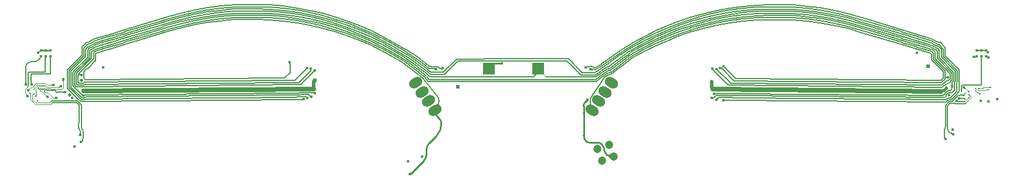
<source format=gbl>
G04*
G04 #@! TF.GenerationSoftware,Altium Limited,Altium Designer,19.1.5 (86)*
G04*
G04 Layer_Physical_Order=4*
G04 Layer_Color=1930808*
%FSLAX25Y25*%
%MOIN*%
G70*
G01*
G75*
%ADD10C,0.01000*%
%ADD13C,0.00600*%
%ADD15C,0.00800*%
%ADD36C,0.01800*%
%ADD49C,0.00400*%
G04:AMPARAMS|DCode=51|XSize=55.12mil|YSize=78.74mil|CornerRadius=0mil|HoleSize=0mil|Usage=FLASHONLY|Rotation=235.000|XOffset=0mil|YOffset=0mil|HoleType=Round|Shape=Round|*
%AMOVALD51*
21,1,0.02362,0.05512,0.00000,0.00000,325.0*
1,1,0.05512,-0.00968,0.00677*
1,1,0.05512,0.00968,-0.00677*
%
%ADD51OVALD51*%

G04:AMPARAMS|DCode=52|XSize=55.12mil|YSize=78.74mil|CornerRadius=0mil|HoleSize=0mil|Usage=FLASHONLY|Rotation=125.000|XOffset=0mil|YOffset=0mil|HoleType=Round|Shape=Round|*
%AMOVALD52*
21,1,0.02362,0.05512,0.00000,0.00000,215.0*
1,1,0.05512,0.00968,0.00677*
1,1,0.05512,-0.00968,-0.00677*
%
%ADD52OVALD52*%

%ADD53C,0.04724*%
%ADD54C,0.01600*%
%ADD55C,0.00800*%
%ADD56C,0.02400*%
%ADD57C,0.02000*%
%ADD58C,0.01200*%
%ADD59C,0.02000*%
%ADD61C,0.02500*%
%ADD62C,0.01800*%
%ADD63R,0.01772X0.01772*%
%ADD64R,0.01575X0.01772*%
%ADD65R,0.06890X0.07087*%
G36*
X-264145Y86220D02*
X-264154Y86296D01*
X-264178Y86364D01*
X-264219Y86424D01*
X-264275Y86476D01*
X-264349Y86520D01*
X-264438Y86556D01*
X-264543Y86584D01*
X-264659Y86603D01*
X-264774Y86584D01*
X-264878Y86556D01*
X-264966Y86520D01*
X-265038Y86476D01*
X-265094Y86424D01*
X-265134Y86364D01*
X-265158Y86296D01*
X-265166Y86220D01*
Y87820D01*
X-265158Y87744D01*
X-265134Y87676D01*
X-265094Y87616D01*
X-265038Y87564D01*
X-264966Y87520D01*
X-264878Y87484D01*
X-264774Y87456D01*
X-264659Y87437D01*
X-264543Y87456D01*
X-264438Y87484D01*
X-264349Y87520D01*
X-264275Y87564D01*
X-264219Y87616D01*
X-264178Y87676D01*
X-264154Y87744D01*
X-264145Y87820D01*
Y86220D01*
D02*
G37*
G36*
X-266705D02*
X-266713Y86296D01*
X-266737Y86364D01*
X-266778Y86424D01*
X-266834Y86476D01*
X-266908Y86520D01*
X-266997Y86556D01*
X-267102Y86584D01*
X-267218Y86603D01*
X-267333Y86584D01*
X-267437Y86556D01*
X-267525Y86520D01*
X-267597Y86476D01*
X-267653Y86424D01*
X-267693Y86364D01*
X-267717Y86296D01*
X-267725Y86220D01*
Y87820D01*
X-267717Y87744D01*
X-267693Y87676D01*
X-267653Y87616D01*
X-267597Y87564D01*
X-267525Y87520D01*
X-267437Y87484D01*
X-267333Y87456D01*
X-267218Y87437D01*
X-267102Y87456D01*
X-266997Y87484D01*
X-266908Y87520D01*
X-266834Y87564D01*
X-266778Y87616D01*
X-266737Y87676D01*
X-266713Y87744D01*
X-266705Y87820D01*
Y86220D01*
D02*
G37*
G36*
X265177Y86439D02*
X265171Y86496D01*
X265153Y86547D01*
X265123Y86592D01*
X265080Y86631D01*
X265024Y86664D01*
X264957Y86691D01*
X264878Y86712D01*
X264786Y86727D01*
X264682Y86736D01*
X264662Y86737D01*
X264643Y86736D01*
X264541Y86727D01*
X264451Y86712D01*
X264373Y86691D01*
X264307Y86664D01*
X264253Y86631D01*
X264211Y86592D01*
X264181Y86547D01*
X264163Y86496D01*
X264157Y86439D01*
Y87639D01*
X264163Y87582D01*
X264181Y87531D01*
X264211Y87486D01*
X264253Y87447D01*
X264307Y87414D01*
X264373Y87387D01*
X264451Y87366D01*
X264541Y87351D01*
X264643Y87342D01*
X264662Y87342D01*
X264682Y87342D01*
X264786Y87351D01*
X264878Y87366D01*
X264957Y87387D01*
X265024Y87414D01*
X265080Y87447D01*
X265123Y87486D01*
X265153Y87531D01*
X265171Y87582D01*
X265177Y87639D01*
Y86439D01*
D02*
G37*
G36*
X267737Y86418D02*
X267730Y86475D01*
X267712Y86526D01*
X267682Y86571D01*
X267639Y86610D01*
X267584Y86643D01*
X267516Y86670D01*
X267437Y86691D01*
X267345Y86706D01*
X267241Y86715D01*
X267221Y86716D01*
X267202Y86715D01*
X267100Y86706D01*
X267010Y86691D01*
X266932Y86670D01*
X266866Y86643D01*
X266812Y86610D01*
X266770Y86571D01*
X266740Y86526D01*
X266722Y86475D01*
X266716Y86418D01*
Y87618D01*
X266722Y87561D01*
X266740Y87510D01*
X266770Y87465D01*
X266812Y87426D01*
X266866Y87393D01*
X266932Y87366D01*
X267010Y87345D01*
X267100Y87330D01*
X267202Y87321D01*
X267221Y87321D01*
X267241Y87321D01*
X267345Y87330D01*
X267437Y87345D01*
X267516Y87366D01*
X267584Y87393D01*
X267639Y87426D01*
X267682Y87465D01*
X267712Y87510D01*
X267730Y87561D01*
X267737Y87618D01*
Y86418D01*
D02*
G37*
G36*
X262419Y83698D02*
X262476Y83678D01*
X262545Y83659D01*
X262617Y83647D01*
X262692Y83639D01*
X262770Y83636D01*
Y83036D01*
X262692Y83034D01*
X262617Y83026D01*
X262545Y83013D01*
X262476Y82995D01*
X262411Y82972D01*
X262410Y82819D01*
X262404Y82860D01*
X262386Y82897D01*
X262356Y82930D01*
X262341Y82940D01*
X262285Y82909D01*
X262227Y82870D01*
X262172Y82825D01*
X262120Y82776D01*
Y83016D01*
X262116Y83017D01*
X262026Y83027D01*
X261924Y83034D01*
X261810Y83036D01*
Y83636D01*
X261925Y83639D01*
X262029Y83648D01*
X262120Y83663D01*
Y83896D01*
X262172Y83847D01*
X262227Y83802D01*
X262285Y83763D01*
X262321Y83744D01*
X262322Y83744D01*
X262365Y83783D01*
X262396Y83828D01*
X262415Y83879D01*
X262422Y83936D01*
X262419Y83698D01*
D02*
G37*
G36*
X-262930Y82825D02*
X-262972Y82809D01*
X-263009Y82781D01*
X-263041Y82742D01*
X-263068Y82692D01*
X-263090Y82630D01*
X-263107Y82558D01*
X-263119Y82474D01*
X-263127Y82380D01*
X-263129Y82274D01*
X-263729D01*
X-263732Y82380D01*
X-263739Y82474D01*
X-263751Y82558D01*
X-263769Y82630D01*
X-263791Y82692D01*
X-263818Y82742D01*
X-263849Y82781D01*
X-263886Y82809D01*
X-263928Y82825D01*
X-263975Y82831D01*
X-262884D01*
X-262930Y82825D01*
D02*
G37*
G36*
X-268579Y82825D02*
X-268631Y82808D01*
X-268684Y82780D01*
X-268739Y82740D01*
X-268794Y82690D01*
X-268851Y82629D01*
X-268909Y82556D01*
X-268968Y82473D01*
X-269089Y82273D01*
X-269642Y82548D01*
X-269472Y82819D01*
X-268527Y82831D01*
X-268579Y82825D01*
D02*
G37*
G36*
X266482Y82825D02*
X266431Y82807D01*
X266386Y82776D01*
X266347Y82733D01*
X266314Y82678D01*
X266287Y82611D01*
X266266Y82531D01*
X266251Y82439D01*
X266242Y82335D01*
X266239Y82219D01*
X265639D01*
X265636Y82335D01*
X265627Y82439D01*
X265612Y82531D01*
X265591Y82611D01*
X265564Y82678D01*
X265531Y82733D01*
X265492Y82776D01*
X265447Y82807D01*
X265396Y82825D01*
X265339Y82831D01*
X266539D01*
X266482Y82825D01*
D02*
G37*
G36*
X-265766Y82824D02*
X-265817Y82805D01*
X-265862Y82775D01*
X-265901Y82731D01*
X-265934Y82676D01*
X-265961Y82609D01*
X-265982Y82530D01*
X-265997Y82438D01*
X-266006Y82335D01*
X-266009Y82219D01*
X-266609D01*
X-266610Y82333D01*
X-266636Y82669D01*
X-266648Y82723D01*
X-266662Y82765D01*
X-266678Y82795D01*
X-266696Y82813D01*
X-266717Y82819D01*
X-265709Y82831D01*
X-265766Y82824D01*
D02*
G37*
G36*
X-126764Y79865D02*
X-126781Y79839D01*
X-126797Y79805D01*
X-126810Y79764D01*
X-126822Y79715D01*
X-126831Y79660D01*
X-126844Y79527D01*
X-126847Y79450D01*
X-126848Y79366D01*
X-127448D01*
X-127449Y79437D01*
X-127459Y79561D01*
X-127468Y79614D01*
X-127480Y79660D01*
X-127494Y79700D01*
X-127510Y79734D01*
X-127530Y79762D01*
X-127551Y79783D01*
X-127576Y79799D01*
X-126744Y79885D01*
X-126764Y79865D01*
D02*
G37*
G36*
X-7238Y79194D02*
X-7255Y79208D01*
X-7280Y79221D01*
X-7313Y79233D01*
X-7354Y79243D01*
X-7404Y79251D01*
X-7527Y79263D01*
X-7684Y79269D01*
X-7774Y79270D01*
X-7677Y80270D01*
X-7586Y80270D01*
X-7189Y80296D01*
X-7167Y80303D01*
X-7153Y80311D01*
X-7238Y79194D01*
D02*
G37*
G36*
X-10632Y80293D02*
X-10602Y80288D01*
X-10552Y80284D01*
X-10152Y80272D01*
X-9642Y80270D01*
Y79270D01*
X-9833Y79265D01*
X-10005Y79250D01*
X-10156Y79225D01*
X-10288Y79190D01*
X-10399Y79145D01*
X-10490Y79090D01*
X-10561Y79025D01*
X-10612Y78950D01*
X-10643Y78865D01*
X-10654Y78770D01*
X-10642Y80298D01*
X-10632Y80293D01*
D02*
G37*
G36*
X120320Y77938D02*
X120328Y77868D01*
X120341Y77799D01*
X120361Y77732D01*
X120385Y77667D01*
X120416Y77604D01*
X120452Y77542D01*
X120494Y77482D01*
X120541Y77423D01*
X120594Y77367D01*
X120170Y76942D01*
X120113Y76995D01*
X120055Y77043D01*
X119994Y77084D01*
X119933Y77121D01*
X119869Y77151D01*
X119804Y77176D01*
X119737Y77195D01*
X119668Y77208D01*
X119598Y77216D01*
X119526Y77218D01*
X120318Y78010D01*
X120320Y77938D01*
D02*
G37*
G36*
X118284Y77465D02*
X118317Y77412D01*
X118357Y77354D01*
X118460Y77222D01*
X118593Y77070D01*
X118849Y76803D01*
X118485Y76318D01*
X118426Y76372D01*
X118368Y76418D01*
X118309Y76455D01*
X118251Y76484D01*
X118193Y76503D01*
X118136Y76513D01*
X118078Y76515D01*
X118022Y76508D01*
X117965Y76491D01*
X117909Y76466D01*
X118259Y77513D01*
X118284Y77465D01*
D02*
G37*
G36*
X-44675Y76113D02*
X-44702Y76171D01*
X-44735Y76223D01*
X-44774Y76269D01*
X-44819Y76309D01*
X-44870Y76343D01*
X-44926Y76371D01*
X-44988Y76393D01*
X-45057Y76409D01*
X-45131Y76418D01*
X-45211Y76422D01*
X-44928Y77020D01*
X-44853Y77021D01*
X-44705Y77030D01*
X-44634Y77038D01*
X-44496Y77063D01*
X-44429Y77080D01*
X-44301Y77120D01*
X-44239Y77144D01*
X-44675Y76113D01*
D02*
G37*
G36*
X-117233Y76373D02*
X-117305Y76371D01*
X-117375Y76363D01*
X-117443Y76350D01*
X-117510Y76331D01*
X-117576Y76306D01*
X-117639Y76275D01*
X-117701Y76239D01*
X-117761Y76198D01*
X-117819Y76150D01*
X-117876Y76097D01*
X-118300Y76521D01*
X-118247Y76578D01*
X-118200Y76636D01*
X-118158Y76697D01*
X-118122Y76758D01*
X-118092Y76822D01*
X-118067Y76887D01*
X-118048Y76954D01*
X-118034Y77023D01*
X-118027Y77093D01*
X-118025Y77165D01*
X-117233Y76373D01*
D02*
G37*
G36*
X14378Y76677D02*
X14389Y76660D01*
X14406Y76638D01*
X14460Y76574D01*
X14714Y76312D01*
X14431Y76029D01*
X14056Y76369D01*
X14374Y76687D01*
X14378Y76677D01*
D02*
G37*
G36*
X44568Y76935D02*
X44613Y76885D01*
X44663Y76841D01*
X44716Y76803D01*
X44774Y76771D01*
X44836Y76744D01*
X44902Y76724D01*
X44972Y76709D01*
X45047Y76700D01*
X45126Y76697D01*
X45125Y76097D01*
X45024Y76095D01*
X44836Y76079D01*
X44749Y76064D01*
X44665Y76046D01*
X44586Y76023D01*
X44512Y75997D01*
X44441Y75966D01*
X44375Y75931D01*
X44313Y75892D01*
X44528Y76991D01*
X44568Y76935D01*
D02*
G37*
G36*
X-114935Y75938D02*
X-114950Y75931D01*
X-114963Y75918D01*
X-114975Y75900D01*
X-114985Y75876D01*
X-114994Y75846D01*
X-115001Y75811D01*
X-115006Y75770D01*
X-115013Y75671D01*
X-115014Y75613D01*
X-115613D01*
X-115614Y75699D01*
X-115633Y76038D01*
X-115639Y76066D01*
X-115646Y76085D01*
X-115654Y76096D01*
X-114935Y75938D01*
D02*
G37*
G36*
X113672Y76554D02*
X113674Y76484D01*
X113684Y76416D01*
X113699Y76350D01*
X113721Y76285D01*
X113749Y76222D01*
X113784Y76160D01*
X113825Y76100D01*
X113872Y76041D01*
X113925Y75984D01*
X113464Y75596D01*
X113408Y75649D01*
X113350Y75697D01*
X113290Y75740D01*
X113228Y75777D01*
X113165Y75810D01*
X113100Y75838D01*
X113033Y75861D01*
X112965Y75878D01*
X112894Y75891D01*
X112822Y75898D01*
X113675Y76625D01*
X113672Y76554D01*
D02*
G37*
G36*
X116302Y76520D02*
X116310Y76450D01*
X116323Y76381D01*
X116342Y76314D01*
X116367Y76249D01*
X116398Y76186D01*
X116434Y76124D01*
X116475Y76064D01*
X116523Y76005D01*
X116576Y75948D01*
X116152Y75524D01*
X116095Y75577D01*
X116036Y75625D01*
X115976Y75666D01*
X115914Y75702D01*
X115851Y75733D01*
X115786Y75758D01*
X115719Y75777D01*
X115650Y75790D01*
X115580Y75798D01*
X115508Y75800D01*
X116300Y76592D01*
X116302Y76520D01*
D02*
G37*
G36*
X-112990Y74959D02*
X-113062Y74957D01*
X-113132Y74949D01*
X-113201Y74936D01*
X-113268Y74916D01*
X-113333Y74892D01*
X-113396Y74861D01*
X-113458Y74825D01*
X-113518Y74783D01*
X-113577Y74736D01*
X-113634Y74683D01*
X-114058Y75107D01*
X-114005Y75164D01*
X-113957Y75222D01*
X-113916Y75282D01*
X-113880Y75344D01*
X-113849Y75408D01*
X-113824Y75473D01*
X-113805Y75540D01*
X-113792Y75608D01*
X-113784Y75679D01*
X-113782Y75751D01*
X-112990Y74959D01*
D02*
G37*
G36*
X13213Y73243D02*
X13129Y73230D01*
X13046Y73208D01*
X12962Y73177D01*
X12877Y73138D01*
X12792Y73090D01*
X12706Y73033D01*
X12620Y72968D01*
X12534Y72894D01*
X12447Y72811D01*
X11598D01*
X11677Y72894D01*
X11738Y72968D01*
X11782Y73033D01*
X11808Y73090D01*
X11816Y73138D01*
X11808Y73177D01*
X11782Y73208D01*
X11738Y73230D01*
X11677Y73243D01*
X11598Y73247D01*
X13295D01*
X13213Y73243D01*
D02*
G37*
G36*
X-246418Y74186D02*
X-246482Y74114D01*
X-246532Y74050D01*
X-246568Y73995D01*
X-246590Y73949D01*
X-246598Y73910D01*
X-246593Y73881D01*
X-246573Y73860D01*
X-246540Y73847D01*
X-246492Y73843D01*
X-246588Y73242D01*
X-246702Y73237D01*
X-246804Y73219D01*
X-246895Y73189D01*
X-246972Y73146D01*
X-247039Y73093D01*
X-247093Y73027D01*
X-247134Y72948D01*
X-247164Y72859D01*
X-247182Y72756D01*
X-247188Y72642D01*
X-247488Y73542D01*
X-246340Y74267D01*
X-246418Y74186D01*
D02*
G37*
G36*
X18795Y72461D02*
X18477Y72142D01*
X18473Y72153D01*
X18462Y72169D01*
X18445Y72192D01*
X18391Y72255D01*
X18137Y72517D01*
X18420Y72800D01*
X18795Y72461D01*
D02*
G37*
G36*
X245668Y72550D02*
X245686Y72448D01*
X245716Y72358D01*
X245758Y72280D01*
X245812Y72214D01*
X245878Y72160D01*
X245956Y72118D01*
X246046Y72088D01*
X246081Y72082D01*
X246096Y72084D01*
X246167Y72100D01*
X246236Y72119D01*
X246303Y72144D01*
X246368Y72173D01*
X246430Y72206D01*
X246491Y72244D01*
X246550Y72286D01*
X246393Y71177D01*
X246349Y71232D01*
X246301Y71280D01*
X246250Y71324D01*
X246194Y71361D01*
X246134Y71392D01*
X246071Y71418D01*
X246004Y71438D01*
X245933Y71452D01*
X245859Y71461D01*
X245780Y71464D01*
X245851Y71927D01*
X245362Y71764D01*
X245662Y72664D01*
X245668Y72550D01*
D02*
G37*
G36*
X-255516Y70006D02*
X-255628Y69861D01*
X-255674Y69790D01*
X-255712Y69720D01*
X-255744Y69651D01*
X-255768Y69583D01*
X-255786Y69516D01*
X-255797Y69449D01*
X-255800Y69384D01*
X-256200Y69368D01*
X-256204Y69435D01*
X-256215Y69502D01*
X-256233Y69569D01*
X-256259Y69636D01*
X-256292Y69703D01*
X-256333Y69770D01*
X-256380Y69837D01*
X-256436Y69904D01*
X-256498Y69971D01*
X-256568Y70038D01*
X-255449Y70080D01*
X-255516Y70006D01*
D02*
G37*
G36*
X-277006Y68774D02*
X-276998Y68699D01*
X-276986Y68627D01*
X-276967Y68557D01*
X-276944Y68491D01*
X-276915Y68427D01*
X-276882Y68367D01*
X-276842Y68309D01*
X-276798Y68253D01*
X-276749Y68201D01*
X-277869D01*
X-277819Y68253D01*
X-277775Y68309D01*
X-277736Y68367D01*
X-277702Y68427D01*
X-277674Y68491D01*
X-277650Y68557D01*
X-277632Y68627D01*
X-277619Y68699D01*
X-277611Y68774D01*
X-277609Y68851D01*
X-277009D01*
X-277006Y68774D01*
D02*
G37*
G36*
X-274106Y69004D02*
X-274097Y68930D01*
X-274082Y68863D01*
X-274061Y68803D01*
X-274034Y68749D01*
X-274001Y68703D01*
X-273962Y68663D01*
X-273917Y68630D01*
X-273866Y68604D01*
X-273809Y68585D01*
X-274771Y68062D01*
X-274759Y68102D01*
X-274748Y68147D01*
X-274731Y68251D01*
X-274719Y68375D01*
X-274710Y68598D01*
X-274709Y68682D01*
X-274109Y69085D01*
X-274106Y69004D01*
D02*
G37*
G36*
X249638Y67920D02*
X249646Y67845D01*
X249659Y67773D01*
X249677Y67704D01*
X249701Y67637D01*
X249729Y67574D01*
X249763Y67513D01*
X249802Y67455D01*
X249846Y67400D01*
X249896Y67347D01*
X248776D01*
X248825Y67400D01*
X248869Y67455D01*
X248908Y67513D01*
X248942Y67574D01*
X248971Y67637D01*
X248994Y67704D01*
X249012Y67773D01*
X249025Y67845D01*
X249033Y67920D01*
X249036Y67998D01*
X249636D01*
X249638Y67920D01*
D02*
G37*
G36*
X-261983Y66924D02*
X-262071Y66982D01*
X-262237Y67080D01*
X-262316Y67120D01*
X-262464Y67181D01*
X-262535Y67202D01*
X-262602Y67217D01*
X-262666Y67227D01*
X-262727Y67230D01*
X-262808Y67630D01*
X-262739Y67634D01*
X-262672Y67645D01*
X-262606Y67665D01*
X-262542Y67693D01*
X-262480Y67728D01*
X-262420Y67771D01*
X-262362Y67822D01*
X-262305Y67882D01*
X-262251Y67948D01*
X-262198Y68023D01*
X-261983Y66924D01*
D02*
G37*
G36*
X-257592Y66123D02*
X-257680Y66142D01*
X-257764Y66153D01*
X-257844Y66157D01*
X-257920Y66154D01*
X-257993Y66144D01*
X-258061Y66126D01*
X-258125Y66101D01*
X-258185Y66069D01*
X-258241Y66030D01*
X-258294Y65984D01*
X-258561Y66281D01*
X-258511Y66336D01*
X-258463Y66397D01*
X-258418Y66462D01*
X-258375Y66534D01*
X-258336Y66610D01*
X-258299Y66693D01*
X-258234Y66873D01*
X-258206Y66972D01*
X-258180Y67076D01*
X-257592Y66123D01*
D02*
G37*
G36*
X-275890Y66452D02*
X-275900Y66448D01*
X-275917Y66437D01*
X-275939Y66420D01*
X-276003Y66365D01*
X-276265Y66112D01*
X-276548Y66395D01*
X-276208Y66770D01*
X-275890Y66452D01*
D02*
G37*
G36*
X270765Y65810D02*
X270748Y65825D01*
X270728Y65838D01*
X270706Y65850D01*
X270680Y65861D01*
X270651Y65870D01*
X270620Y65877D01*
X270585Y65882D01*
X270548Y65886D01*
X270465Y65890D01*
Y66290D01*
X270508Y66290D01*
X270585Y66297D01*
X270620Y66302D01*
X270651Y66310D01*
X270680Y66318D01*
X270706Y66329D01*
X270728Y66341D01*
X270748Y66354D01*
X270765Y66370D01*
Y65810D01*
D02*
G37*
G36*
X264789Y65717D02*
X264809Y65703D01*
X264831Y65691D01*
X264857Y65681D01*
X264886Y65672D01*
X264917Y65665D01*
X264952Y65659D01*
X264989Y65655D01*
X265072Y65652D01*
Y65252D01*
X265029Y65251D01*
X264952Y65245D01*
X264917Y65239D01*
X264886Y65232D01*
X264857Y65223D01*
X264831Y65213D01*
X264809Y65201D01*
X264789Y65187D01*
X264771Y65172D01*
Y65732D01*
X264789Y65717D01*
D02*
G37*
G36*
X-270062Y65699D02*
X-270009Y65752D01*
X-270008Y65729D01*
X-270003Y65705D01*
X-269995Y65681D01*
X-269985Y65655D01*
X-269971Y65629D01*
X-269953Y65601D01*
X-269953Y65600D01*
X-269763Y65429D01*
X-270082Y65110D01*
X-270086Y65121D01*
X-270096Y65138D01*
X-270114Y65160D01*
X-270168Y65223D01*
X-270209Y65265D01*
X-270226Y65280D01*
X-270254Y65300D01*
X-270282Y65318D01*
X-270308Y65332D01*
X-270334Y65342D01*
X-270358Y65350D01*
X-270382Y65355D01*
X-270405Y65356D01*
X-270350Y65411D01*
X-270422Y65486D01*
X-270139Y65769D01*
X-270062Y65699D01*
D02*
G37*
G36*
X256903Y66074D02*
X256951Y65888D01*
X256978Y65804D01*
X257040Y65655D01*
X257074Y65591D01*
X257111Y65532D01*
X257150Y65480D01*
X257191Y65434D01*
X256965Y65095D01*
X256913Y65141D01*
X256857Y65181D01*
X256797Y65213D01*
X256732Y65239D01*
X256663Y65258D01*
X256590Y65270D01*
X256513Y65275D01*
X256431Y65273D01*
X256345Y65265D01*
X256255Y65249D01*
X256882Y66177D01*
X256903Y66074D01*
D02*
G37*
G36*
X-272332Y65273D02*
X-272326Y65196D01*
X-272320Y65162D01*
X-272313Y65130D01*
X-272304Y65101D01*
X-272294Y65076D01*
X-272282Y65053D01*
X-272268Y65033D01*
X-272253Y65016D01*
X-272813D01*
X-272798Y65033D01*
X-272784Y65053D01*
X-272772Y65076D01*
X-272762Y65101D01*
X-272753Y65130D01*
X-272746Y65162D01*
X-272740Y65196D01*
X-272736Y65233D01*
X-272733Y65316D01*
X-272333D01*
X-272332Y65273D01*
D02*
G37*
G36*
X263420Y65296D02*
X263193Y64957D01*
X263162Y64987D01*
X263104Y65035D01*
X263078Y65052D01*
X263053Y65065D01*
X263031Y65073D01*
X263010Y65077D01*
X262990Y65076D01*
X262973Y65071D01*
X262957Y65062D01*
X263055Y65587D01*
X263420Y65296D01*
D02*
G37*
G36*
X269751Y64562D02*
X269734Y64577D01*
X269714Y64591D01*
X269691Y64603D01*
X269665Y64613D01*
X269637Y64622D01*
X269605Y64629D01*
X269571Y64635D01*
X269533Y64639D01*
X269450Y64642D01*
Y65042D01*
X269493Y65043D01*
X269571Y65049D01*
X269605Y65055D01*
X269637Y65062D01*
X269665Y65071D01*
X269691Y65081D01*
X269714Y65093D01*
X269734Y65107D01*
X269751Y65122D01*
Y64562D01*
D02*
G37*
G36*
X-275080Y65175D02*
X-275125Y65126D01*
X-275164Y65071D01*
X-275199Y65011D01*
X-275229Y64945D01*
X-275254Y64874D01*
X-275275Y64798D01*
X-275290Y64716D01*
X-275301Y64628D01*
X-275307Y64536D01*
X-275309Y64438D01*
X-276101Y65230D01*
X-276003Y65231D01*
X-275823Y65248D01*
X-275741Y65264D01*
X-275664Y65284D01*
X-275593Y65310D01*
X-275528Y65339D01*
X-275467Y65374D01*
X-275413Y65414D01*
X-275363Y65458D01*
X-275080Y65175D01*
D02*
G37*
G36*
X-268444Y64275D02*
X-268435Y64258D01*
X-268424Y64239D01*
X-268410Y64218D01*
X-268374Y64171D01*
X-268326Y64118D01*
X-268267Y64056D01*
X-268450Y63674D01*
X-268481Y63703D01*
X-268511Y63729D01*
X-268540Y63751D01*
X-268568Y63769D01*
X-268596Y63784D01*
X-268622Y63794D01*
X-268647Y63801D01*
X-268672Y63804D01*
X-268695Y63803D01*
X-268717Y63798D01*
X-268449Y64290D01*
X-268444Y64275D01*
D02*
G37*
G36*
X263112Y64227D02*
X263120Y64206D01*
X263130Y64184D01*
X263143Y64160D01*
X263159Y64136D01*
X263178Y64110D01*
X263225Y64054D01*
X263283Y63993D01*
X263059Y63650D01*
X263028Y63680D01*
X262969Y63729D01*
X262941Y63748D01*
X262913Y63763D01*
X262886Y63775D01*
X262860Y63783D01*
X262836Y63788D01*
X262811Y63789D01*
X262788Y63786D01*
X263108Y64246D01*
X263112Y64227D01*
D02*
G37*
G36*
X258584Y64043D02*
X258643Y63996D01*
X258669Y63979D01*
X258695Y63966D01*
X258718Y63957D01*
X258741Y63953D01*
X258761Y63953D01*
X258781Y63958D01*
X258798Y63966D01*
X258661Y63441D01*
X258313Y63747D01*
X258553Y64073D01*
X258584Y64043D01*
D02*
G37*
G36*
X-255484Y62757D02*
X-255537Y62806D01*
X-255592Y62850D01*
X-255650Y62889D01*
X-255711Y62923D01*
X-255774Y62952D01*
X-255841Y62975D01*
X-255910Y62993D01*
X-255982Y63006D01*
X-256057Y63014D01*
X-256135Y63017D01*
Y63617D01*
X-256057Y63619D01*
X-255982Y63627D01*
X-255910Y63640D01*
X-255841Y63658D01*
X-255774Y63682D01*
X-255711Y63710D01*
X-255650Y63744D01*
X-255592Y63783D01*
X-255537Y63827D01*
X-255484Y63877D01*
Y62757D01*
D02*
G37*
G36*
X-113135Y63491D02*
X-113802Y62698D01*
X-113807Y62747D01*
X-113820Y62791D01*
X-113842Y62830D01*
X-113873Y62863D01*
X-113913Y62891D01*
X-113961Y62914D01*
X-114018Y62932D01*
X-114083Y62944D01*
X-114158Y62951D01*
X-114241Y62953D01*
X-114060Y63555D01*
X-113135Y63491D01*
D02*
G37*
G36*
X-272676Y62232D02*
X-272697Y62238D01*
X-272720Y62240D01*
X-272744Y62238D01*
X-272768Y62233D01*
X-272794Y62223D01*
X-272821Y62209D01*
X-272849Y62191D01*
X-272878Y62169D01*
X-272908Y62143D01*
X-272939Y62114D01*
X-273093Y62525D01*
X-273061Y62557D01*
X-272934Y62700D01*
X-272923Y62716D01*
X-272915Y62730D01*
X-272910Y62741D01*
X-272676Y62232D01*
D02*
G37*
G36*
X265037Y62197D02*
X265031Y62204D01*
X265019Y62209D01*
X265004Y62214D01*
X264984Y62219D01*
X264960Y62222D01*
X264899Y62228D01*
X264821Y62231D01*
X264776Y62231D01*
Y62631D01*
X264821Y62631D01*
X264984Y62643D01*
X265004Y62647D01*
X265019Y62653D01*
X265031Y62658D01*
X265037Y62665D01*
Y62197D01*
D02*
G37*
G36*
X256839Y62272D02*
X256819Y62260D01*
X256802Y62245D01*
X256787Y62227D01*
X256773Y62205D01*
X256762Y62181D01*
X256753Y62152D01*
X256746Y62121D01*
X256741Y62086D01*
X256738Y62048D01*
X256737Y62006D01*
X256415Y62129D01*
X256678Y61865D01*
X256624Y61810D01*
X256399Y61553D01*
X256389Y61535D01*
X256385Y61521D01*
X256051Y61854D01*
X256065Y61859D01*
X256084Y61868D01*
X256107Y61884D01*
X256134Y61905D01*
X256203Y61963D01*
X256387Y62139D01*
X256337Y62158D01*
X256337Y62203D01*
X256326Y62373D01*
X256322Y62397D01*
X256318Y62417D01*
X256312Y62434D01*
X256307Y62447D01*
X256839Y62272D01*
D02*
G37*
G36*
X-244018Y62026D02*
X-244003Y62024D01*
X-243979Y62022D01*
X-243732Y62016D01*
X-243572Y62016D01*
Y61416D01*
X-243624Y61415D01*
X-243780Y61403D01*
X-243806Y61397D01*
X-243826Y61391D01*
X-243841Y61383D01*
X-243851Y61375D01*
X-243856Y61365D01*
X-244024Y62028D01*
X-244018Y62026D01*
D02*
G37*
G36*
X-245394Y62451D02*
X-245335Y62404D01*
X-245275Y62365D01*
X-245214Y62334D01*
X-245152Y62309D01*
X-245088Y62292D01*
X-245024Y62282D01*
X-244959Y62280D01*
X-244893Y62285D01*
X-244825Y62297D01*
X-245423Y61350D01*
X-245440Y61420D01*
X-245461Y61488D01*
X-245486Y61555D01*
X-245515Y61620D01*
X-245548Y61683D01*
X-245585Y61745D01*
X-245626Y61805D01*
X-245671Y61864D01*
X-245719Y61921D01*
X-245772Y61976D01*
X-245452Y62505D01*
X-245394Y62451D01*
D02*
G37*
G36*
X259276Y61750D02*
X259269Y61739D01*
X259265Y61727D01*
X259264Y61714D01*
X259266Y61700D01*
X259271Y61686D01*
X259279Y61671D01*
X259289Y61655D01*
X259302Y61639D01*
X259319Y61621D01*
X259030Y61344D01*
X258772Y61737D01*
X259286Y61760D01*
X259276Y61750D01*
D02*
G37*
G36*
X-276905Y62214D02*
X-276850Y62174D01*
X-276790Y62139D01*
X-276724Y62110D01*
X-276653Y62084D01*
X-276577Y62064D01*
X-276495Y62048D01*
X-276408Y62037D01*
X-276315Y62031D01*
X-276217Y62030D01*
X-277009Y61238D01*
X-277010Y61336D01*
X-277027Y61516D01*
X-277043Y61598D01*
X-277063Y61674D01*
X-277089Y61745D01*
X-277119Y61811D01*
X-277153Y61871D01*
X-277193Y61926D01*
X-277237Y61975D01*
X-276955Y62258D01*
X-276905Y62214D01*
D02*
G37*
G36*
X-271428Y61305D02*
X-271458Y61274D01*
X-271508Y61215D01*
X-271528Y61187D01*
X-271546Y61159D01*
X-271560Y61133D01*
X-271570Y61107D01*
X-271578Y61083D01*
X-271583Y61059D01*
X-271584Y61036D01*
X-271980Y61432D01*
X-271957Y61433D01*
X-271933Y61438D01*
X-271909Y61446D01*
X-271883Y61456D01*
X-271857Y61470D01*
X-271829Y61488D01*
X-271801Y61508D01*
X-271772Y61532D01*
X-271711Y61588D01*
X-271428Y61305D01*
D02*
G37*
G36*
X-265605Y61614D02*
X-265550Y61574D01*
X-265490Y61540D01*
X-265424Y61510D01*
X-265353Y61484D01*
X-265277Y61464D01*
X-265195Y61448D01*
X-265108Y61437D01*
X-265015Y61431D01*
X-264917Y61430D01*
X-265709Y60638D01*
X-265710Y60736D01*
X-265727Y60916D01*
X-265743Y60998D01*
X-265763Y61074D01*
X-265789Y61145D01*
X-265819Y61211D01*
X-265854Y61271D01*
X-265893Y61326D01*
X-265937Y61375D01*
X-265655Y61658D01*
X-265605Y61614D01*
D02*
G37*
G36*
X-115699Y61664D02*
X-115640Y61617D01*
X-115580Y61578D01*
X-115519Y61547D01*
X-115457Y61523D01*
X-115394Y61507D01*
X-115331Y61498D01*
X-115266Y61496D01*
X-115200Y61502D01*
X-115134Y61516D01*
X-115713Y60557D01*
X-115732Y60627D01*
X-115754Y60694D01*
X-115780Y60760D01*
X-115809Y60825D01*
X-115843Y60888D01*
X-115880Y60949D01*
X-115921Y61009D01*
X-115966Y61067D01*
X-116015Y61124D01*
X-116068Y61179D01*
X-115757Y61717D01*
X-115699Y61664D01*
D02*
G37*
G36*
X-117847Y61027D02*
X-117722Y60919D01*
X-117698Y60904D01*
X-117678Y60893D01*
X-117661Y60887D01*
X-117647Y60885D01*
X-117636Y60888D01*
X-118016Y60316D01*
X-118019Y60325D01*
X-118027Y60338D01*
X-118041Y60357D01*
X-118088Y60411D01*
X-118311Y60641D01*
X-117887Y61066D01*
X-117847Y61027D01*
D02*
G37*
G36*
X259012Y60080D02*
X258989Y60079D01*
X258965Y60074D01*
X258941Y60066D01*
X258915Y60055D01*
X258889Y60041D01*
X258861Y60024D01*
X258833Y60004D01*
X258804Y59980D01*
X258743Y59924D01*
X258459Y60206D01*
X258489Y60237D01*
X258539Y60296D01*
X258560Y60324D01*
X258577Y60352D01*
X258591Y60378D01*
X258602Y60404D01*
X258609Y60428D01*
X258614Y60452D01*
X258615Y60475D01*
X259012Y60080D01*
D02*
G37*
G36*
X113222Y60741D02*
X113270Y60707D01*
X113322Y60677D01*
X113379Y60652D01*
X113440Y60630D01*
X113505Y60612D01*
X113575Y60598D01*
X113649Y60588D01*
X113727Y60582D01*
X113810Y60580D01*
X113867Y59980D01*
X113786Y59978D01*
X113709Y59971D01*
X113638Y59959D01*
X113572Y59943D01*
X113511Y59921D01*
X113455Y59895D01*
X113404Y59865D01*
X113359Y59829D01*
X113318Y59789D01*
X113283Y59744D01*
X113179Y60778D01*
X113222Y60741D01*
D02*
G37*
G36*
X-260385Y59690D02*
X-260455Y59758D01*
X-260595Y59873D01*
X-260664Y59920D01*
X-260732Y59960D01*
X-260800Y59992D01*
X-260868Y60017D01*
X-260935Y60035D01*
X-261002Y60046D01*
X-261068Y60050D01*
Y60450D01*
X-261002Y60453D01*
X-260935Y60464D01*
X-260868Y60482D01*
X-260800Y60507D01*
X-260732Y60540D01*
X-260664Y60579D01*
X-260595Y60626D01*
X-260525Y60680D01*
X-260455Y60741D01*
X-260385Y60810D01*
Y59690D01*
D02*
G37*
G36*
X254042Y60402D02*
X254097Y60358D01*
X254155Y60319D01*
X254216Y60285D01*
X254279Y60257D01*
X254346Y60233D01*
X254415Y60215D01*
X254487Y60202D01*
X254562Y60194D01*
X254640Y60192D01*
Y59592D01*
X254562Y59589D01*
X254487Y59581D01*
X254415Y59568D01*
X254346Y59550D01*
X254279Y59527D01*
X254216Y59498D01*
X254155Y59464D01*
X254097Y59425D01*
X254042Y59381D01*
X253990Y59332D01*
Y60452D01*
X254042Y60402D01*
D02*
G37*
G36*
X116560Y59676D02*
X116507Y59619D01*
X116460Y59561D01*
X116418Y59501D01*
X116382Y59439D01*
X116351Y59375D01*
X116327Y59310D01*
X116308Y59243D01*
X116294Y59175D01*
X116287Y59104D01*
X116284Y59032D01*
X115492Y59824D01*
X115564Y59826D01*
X115635Y59834D01*
X115703Y59848D01*
X115770Y59867D01*
X115835Y59891D01*
X115899Y59922D01*
X115961Y59958D01*
X116021Y60000D01*
X116079Y60047D01*
X116136Y60100D01*
X116560Y59676D01*
D02*
G37*
G36*
X-119724Y58746D02*
X-119781Y58791D01*
X-119840Y58832D01*
X-119901Y58867D01*
X-119965Y58898D01*
X-120031Y58924D01*
X-120099Y58946D01*
X-120169Y58962D01*
X-120241Y58974D01*
X-120316Y58982D01*
X-120394Y58984D01*
X-120450Y59584D01*
X-120372Y59587D01*
X-120297Y59595D01*
X-120226Y59609D01*
X-120158Y59628D01*
X-120093Y59653D01*
X-120032Y59684D01*
X-119974Y59720D01*
X-119920Y59762D01*
X-119869Y59809D01*
X-119822Y59862D01*
X-119724Y58746D01*
D02*
G37*
G36*
X120082Y59269D02*
X120137Y59224D01*
X120195Y59185D01*
X120256Y59152D01*
X120320Y59123D01*
X120386Y59100D01*
X120456Y59082D01*
X120528Y59069D01*
X120602Y59061D01*
X120680Y59058D01*
Y58458D01*
X120602Y58455D01*
X120528Y58448D01*
X120456Y58435D01*
X120386Y58416D01*
X120320Y58393D01*
X120256Y58364D01*
X120195Y58331D01*
X120137Y58292D01*
X120082Y58248D01*
X120030Y58198D01*
Y59318D01*
X120082Y59269D01*
D02*
G37*
G36*
X41992Y58200D02*
X41973Y58197D01*
X41948Y58187D01*
X41919Y58170D01*
X41885Y58147D01*
X41845Y58117D01*
X41751Y58036D01*
X41573Y57865D01*
X40865Y58573D01*
X40929Y58637D01*
X41147Y58885D01*
X41170Y58919D01*
X41187Y58948D01*
X41197Y58973D01*
X41200Y58992D01*
X41992Y58200D01*
D02*
G37*
G36*
X-262590Y58130D02*
X-262600Y58126D01*
X-262617Y58116D01*
X-262639Y58099D01*
X-262703Y58044D01*
X-262965Y57791D01*
X-263248Y58074D01*
X-262908Y58449D01*
X-262590Y58130D01*
D02*
G37*
G36*
X252698Y58674D02*
X252740Y58623D01*
X252785Y58578D01*
X252836Y58539D01*
X252892Y58506D01*
X252952Y58479D01*
X253017Y58458D01*
X253087Y58443D01*
X253162Y58434D01*
X253241Y58431D01*
X253069Y57831D01*
X252993Y57829D01*
X252845Y57814D01*
X252774Y57802D01*
X252704Y57785D01*
X252635Y57765D01*
X252568Y57741D01*
X252503Y57714D01*
X252439Y57682D01*
X252377Y57647D01*
X252661Y58731D01*
X252698Y58674D01*
D02*
G37*
G36*
X-262190Y57030D02*
X-262200Y57026D01*
X-262217Y57016D01*
X-262240Y56999D01*
X-262303Y56944D01*
X-262565Y56691D01*
X-262848Y56974D01*
X-262508Y57349D01*
X-262190Y57030D01*
D02*
G37*
G36*
X-42214Y56899D02*
X-42241Y56774D01*
X-42260Y56660D01*
X-42270Y56556D01*
X-42271Y56463D01*
X-42264Y56381D01*
X-42248Y56309D01*
X-42224Y56247D01*
X-42191Y56197D01*
X-42150Y56156D01*
X-42100Y56126D01*
X-43209Y56628D01*
X-43154Y56610D01*
X-43103Y56608D01*
X-43054Y56621D01*
X-43007Y56650D01*
X-42963Y56694D01*
X-42921Y56753D01*
X-42882Y56827D01*
X-42845Y56917D01*
X-42810Y57022D01*
X-42778Y57142D01*
X-42214Y56899D01*
D02*
G37*
G36*
X43957Y57152D02*
X43966Y57040D01*
X43981Y56942D01*
X44002Y56857D01*
X44029Y56785D01*
X44061Y56727D01*
X44100Y56682D01*
X44145Y56651D01*
X44196Y56633D01*
X44253Y56629D01*
X43057Y56585D01*
X43114Y56594D01*
X43164Y56616D01*
X43209Y56651D01*
X43247Y56699D01*
X43280Y56760D01*
X43307Y56834D01*
X43327Y56921D01*
X43342Y57022D01*
X43351Y57135D01*
X43354Y57262D01*
X43954Y57277D01*
X43957Y57152D01*
D02*
G37*
G36*
X-44043Y53499D02*
X-44072Y53469D01*
X-44120Y53410D01*
X-44141Y53381D01*
X-44159Y53351D01*
X-44174Y53322D01*
X-44186Y53292D01*
X-44196Y53263D01*
X-44204Y53234D01*
X-44208Y53205D01*
X-44762Y53758D01*
X-44733Y53763D01*
X-44703Y53770D01*
X-44674Y53780D01*
X-44645Y53793D01*
X-44615Y53808D01*
X-44586Y53826D01*
X-44556Y53846D01*
X-44527Y53869D01*
X-44468Y53923D01*
X-44043Y53499D01*
D02*
G37*
G36*
X-43144Y50997D02*
X-43199Y50926D01*
X-43235Y50844D01*
X-43251Y50748D01*
X-43247Y50641D01*
X-43224Y50521D01*
X-43181Y50390D01*
X-43119Y50245D01*
X-43037Y50089D01*
X-42936Y49920D01*
X-43773Y49361D01*
X-43886Y49530D01*
X-43996Y49676D01*
X-44103Y49799D01*
X-44206Y49898D01*
X-44307Y49975D01*
X-44404Y50028D01*
X-44498Y50058D01*
X-44589Y50064D01*
X-44677Y50047D01*
X-44762Y50007D01*
X-43070Y51055D01*
X-43144Y50997D01*
D02*
G37*
G36*
X249284Y39181D02*
X249250Y39237D01*
X249211Y39288D01*
X249167Y39337D01*
X249118Y39382D01*
X249064Y39425D01*
X249005Y39464D01*
X248941Y39500D01*
X248873Y39532D01*
X248799Y39562D01*
X248720Y39588D01*
X248886Y40164D01*
X248955Y40146D01*
X249025Y40134D01*
X249094Y40129D01*
X249163Y40129D01*
X249233Y40136D01*
X249302Y40148D01*
X249372Y40167D01*
X249442Y40192D01*
X249511Y40224D01*
X249581Y40261D01*
X249284Y39181D01*
D02*
G37*
G36*
X-246090Y40454D02*
X-246081Y40379D01*
X-246066Y40310D01*
X-246045Y40246D01*
X-246018Y40187D01*
X-245984Y40134D01*
X-245945Y40086D01*
X-245899Y40043D01*
X-245848Y40005D01*
X-245790Y39973D01*
X-246853Y39621D01*
X-246823Y39684D01*
X-246772Y39814D01*
X-246751Y39881D01*
X-246719Y40019D01*
X-246708Y40091D01*
X-246695Y40238D01*
X-246693Y40314D01*
X-246094Y40533D01*
X-246090Y40454D01*
D02*
G37*
G36*
X245244Y37690D02*
X245358Y37595D01*
X245412Y37558D01*
X245464Y37527D01*
X245514Y37504D01*
X245562Y37487D01*
X245608Y37476D01*
X245652Y37473D01*
X245694Y37476D01*
X245031Y36813D01*
X245035Y36855D01*
X245031Y36899D01*
X245021Y36945D01*
X245004Y36994D01*
X244980Y37043D01*
X244949Y37096D01*
X244912Y37150D01*
X244868Y37206D01*
X244817Y37264D01*
X244759Y37324D01*
X245184Y37748D01*
X245244Y37690D01*
D02*
G37*
G36*
X-244853Y35672D02*
X-244901Y35624D01*
X-245075Y35425D01*
X-245086Y35407D01*
X-245092Y35393D01*
X-245092Y35384D01*
X-245555Y35873D01*
X-245546Y35872D01*
X-245532Y35877D01*
X-245514Y35886D01*
X-245492Y35901D01*
X-245466Y35921D01*
X-245403Y35976D01*
X-245277Y36096D01*
X-244853Y35672D01*
D02*
G37*
G36*
X55164Y25353D02*
X54939Y25609D01*
X54206Y26542D01*
X54186Y26596D01*
X54196Y26621D01*
X54236Y26618D01*
X54292Y27666D01*
X54299Y27678D01*
X54327Y27709D01*
X54448Y27829D01*
X55332Y28655D01*
X55164Y25353D01*
D02*
G37*
G36*
X-57706Y17010D02*
X-58376Y16419D01*
X-58838Y17439D01*
X-58815Y17435D01*
X-58787Y17438D01*
X-58754Y17448D01*
X-58717Y17466D01*
X-58675Y17492D01*
X-58629Y17525D01*
X-58578Y17565D01*
X-58463Y17668D01*
X-58398Y17731D01*
X-57706Y17010D01*
D02*
G37*
D10*
X-44208Y51983D02*
G03*
X-43142Y49409I3641J0D01*
G01*
X-40975Y45473D02*
G03*
X-42226Y48492I-4269J0D01*
G01*
X-43904Y38402D02*
G03*
X-40975Y45473I-7071J7071D01*
G01*
X-47810Y34496D02*
G03*
X-49466Y30498I3998J-3998D01*
G01*
X-50826Y24596D02*
G03*
X-49466Y27876I-3275J3280D01*
G01*
X-58449Y16974D02*
G03*
X-58448Y16975I-679J680D01*
G01*
X-59127Y16693D02*
G03*
X-58449Y16974I0J961D01*
G01*
X41871Y35024D02*
G03*
X42978Y34740I1107J2016D01*
G01*
X41352Y35414D02*
G03*
X41871Y35024I1626J1626D01*
G01*
X39944Y38813D02*
G03*
X41352Y35414I4808J0D01*
G01*
X53035Y27929D02*
G03*
X55475Y26918I2440J2440D01*
G01*
X51591Y30352D02*
G03*
X52283Y28682I2362J0D01*
G01*
X51591Y30722D02*
G03*
X50403Y33590I-4056J0D01*
G01*
D02*
G03*
X47625Y34740I-2778J-2778D01*
G01*
X40861Y57861D02*
G03*
X39875Y55480I2382J-2382D01*
G01*
X39944Y51421D02*
G03*
X39875Y51588I-236J0D01*
G01*
X-256030Y70462D02*
G03*
X-256022Y70268I2167J0D01*
G01*
X-44208Y51983D02*
Y53253D01*
X-43142Y49409D02*
X-42226Y48492D01*
X-47810Y34496D02*
X-43904Y38402D01*
X-49466Y27876D02*
Y30498D01*
X-58448Y16975D02*
X-50826Y24596D01*
X-58449Y16974D02*
X-58448Y16975D01*
X41871Y35024D02*
X41877Y35030D01*
X39944Y38813D02*
Y51421D01*
X42978Y34740D02*
X47625D01*
X41877Y35030D02*
Y35034D01*
X52283Y28682D02*
X53035Y27929D01*
X39875Y51588D02*
Y55480D01*
X-256030Y70462D02*
Y70630D01*
X40861Y57861D02*
X42000Y59000D01*
X-6686Y79770D02*
X-6626Y79709D01*
X-11130Y79770D02*
X-6686D01*
X-14075Y76825D02*
X-11130Y79770D01*
X-14075Y76767D02*
Y76825D01*
X-60140Y24197D02*
X-59979D01*
X-52357Y26980D02*
X-52084Y26706D01*
X-44217Y53262D02*
X-44208Y53253D01*
X-44705Y53262D02*
X-44217D01*
D13*
X-247128Y43071D02*
G03*
X-246393Y41297I2508J0D01*
G01*
X245283Y42749D02*
G03*
X244901Y41826I923J-923D01*
G01*
X245283Y42749D02*
G03*
X245662Y43664I-915J915D01*
G01*
X242572Y68653D02*
G03*
X243470Y69024I0J1269D01*
G01*
X55400Y74916D02*
G03*
X53411Y74093I0J-2813D01*
G01*
X248365Y64395D02*
G03*
X248815Y64582I0J636D01*
G01*
D02*
G03*
X249336Y65840I-1258J1258D01*
G01*
X246988Y64222D02*
G03*
X246901Y64146I515J-678D01*
G01*
X247503Y64395D02*
G03*
X246988Y64222I0J-851D01*
G01*
X54493Y78010D02*
G03*
X52023Y76987I0J-3494D01*
G01*
X246627Y62609D02*
G03*
X246397Y62053I557J-556D01*
G01*
X245955Y61260D02*
G03*
X246203Y61859I-601J599D01*
G01*
X245954Y61259D02*
G03*
X245955Y61260I-600J600D01*
G01*
X244431Y60309D02*
G03*
X245410Y60714I0J1385D01*
G01*
X247963Y63287D02*
G03*
X247366Y63138I0J-1272D01*
G01*
X247366D02*
G03*
X247009Y62990I0J-505D01*
G01*
X246628Y62609D02*
G03*
X246627Y62609I556J-556D01*
G01*
X46514Y76397D02*
G03*
X48299Y77137I0J2525D01*
G01*
X44560Y76397D02*
G03*
X44153Y76229I0J-575D01*
G01*
X243459Y66256D02*
G03*
X243485Y66256I0J1292D01*
G01*
X248252Y69232D02*
G03*
X248405Y69483I-421J427D01*
G01*
X246539Y68233D02*
G03*
X247758Y68737I0J1726D01*
G01*
X246539Y68233D02*
G03*
X245570Y67832I0J-1370D01*
G01*
X243485Y66256D02*
G03*
X244372Y66634I-26J1292D01*
G01*
X247015Y70085D02*
G03*
X248000Y70493I0J1393D01*
G01*
X247015Y70085D02*
G03*
X245980Y69656I0J-1464D01*
G01*
X243422Y67461D02*
G03*
X244042Y67718I0J876D01*
G01*
X55195Y75925D02*
G03*
X52793Y74930I0J-3396D01*
G01*
X246648Y42784D02*
G03*
X246662Y42486I3039J0D01*
G01*
D02*
G03*
X249966Y39758I3025J298D01*
G01*
X-244209Y71680D02*
G03*
X-243891Y70913I1084J0D01*
G01*
X-42378Y58631D02*
G03*
X-43584Y61543I-4118J0D01*
G01*
X-44256Y53711D02*
G03*
X-42378Y58243I-4532J4532D01*
G01*
X54844Y76946D02*
G03*
X52373Y75923I0J-3494D01*
G01*
X265985Y83162D02*
G03*
X265941Y83076I112J-112D01*
G01*
D02*
G03*
X265939Y83050I157J-26D01*
G01*
X263056Y83336D02*
G03*
X263337Y83452I0J397D01*
G01*
X-269430Y82336D02*
G03*
X-269134Y83050I-714J714D01*
G01*
X-271636Y80930D02*
G03*
X-270050Y81716I-371J2743D01*
G01*
X-272007Y80905D02*
G03*
X-271636Y80930I0J2768D01*
G01*
X-276879Y79138D02*
G03*
X-277298Y78127I1011J-1011D01*
G01*
X-273870Y80922D02*
G03*
X-275960Y80057I0J-2955D01*
G01*
X-245699Y44091D02*
G03*
X-244642Y41539I3610J0D01*
G01*
X-245065Y36412D02*
G03*
X-245126Y36558I-206J0D01*
G01*
X46622Y77461D02*
G03*
X47541Y77842I0J1300D01*
G01*
X55512Y73784D02*
G03*
X53757Y73057I0J-2482D01*
G01*
X-246393Y39545D02*
Y41297D01*
X-247128Y43071D02*
Y45886D01*
X-246809Y39130D02*
X-246393Y39545D01*
X244901Y38890D02*
Y41826D01*
X55400Y74916D02*
X55559D01*
X242056Y68653D02*
X242572D01*
X49117Y71008D02*
X53411Y74093D01*
X244372Y66634D02*
X245570Y67832D01*
X244042Y67718D02*
X245980Y69656D01*
X249336Y65840D02*
Y66776D01*
Y69000D01*
X250836Y64610D02*
Y69086D01*
X246825Y64222D02*
X246988D01*
X245360Y62758D02*
X246825Y64222D01*
X249360Y61141D02*
X252128Y63908D01*
X249360Y61101D02*
Y61141D01*
X248592Y60332D02*
X249360Y61101D01*
X248592Y60071D02*
Y60332D01*
X247503Y64395D02*
X248365D01*
X54493Y78010D02*
X63356Y84687D01*
X51724Y76688D02*
X52022Y76987D01*
X244152Y61360D02*
X244898Y62105D01*
X126624Y62427D02*
X244152Y61360D01*
X244898Y62105D02*
X245004D01*
X246203Y61859D02*
X246397Y62053D01*
X245954Y61259D02*
X245955Y61260D01*
X245410Y60714D02*
X245954Y61259D01*
X242279Y60309D02*
X244431D01*
X247963Y63287D02*
X248535D01*
X246841Y62822D02*
X247009Y62990D01*
X246628Y62609D02*
X246760Y62742D01*
X246627Y62609D02*
X246628Y62609D01*
X248535Y63287D02*
X248544Y63278D01*
X249532D01*
X250729Y64476D01*
Y64504D01*
X250836Y64610D01*
X246911Y60031D02*
X248552D01*
X246003Y59122D02*
X246911Y60031D01*
X247325Y59031D02*
X248966D01*
X246128Y57834D02*
X247325Y59031D01*
X247739Y58031D02*
X249436D01*
X245662Y55954D02*
X247739Y58031D01*
X248154Y57031D02*
X251149D01*
X246662Y55539D02*
X248154Y57031D01*
X245360Y62462D02*
Y62758D01*
X245004Y62105D02*
X245360Y62462D01*
X256541Y56834D02*
X257287Y57581D01*
X251345Y56834D02*
X256541D01*
X251149Y57031D02*
X251345Y56834D01*
X249436Y58031D02*
X252797Y61392D01*
X243587Y57834D02*
X246128D01*
X248552Y60031D02*
X248592Y60071D01*
X248966Y59031D02*
X252471Y62536D01*
X256616Y59548D02*
X256670D01*
X253487Y63724D02*
Y68909D01*
X252471Y62708D02*
X253487Y63724D01*
X252537Y69320D02*
Y75570D01*
X252128Y68910D02*
X252537Y69320D01*
X252128Y63908D02*
Y68910D01*
X256899Y67351D02*
X265950D01*
X256716Y67533D02*
X256899Y67351D01*
X255474Y67533D02*
X256716D01*
X48299Y77137D02*
X61257Y86142D01*
X48299Y77137D02*
X48299Y77137D01*
X48299D02*
X48299D01*
X44560Y76397D02*
X46514D01*
X44153Y76229D02*
X44671D01*
X245535Y59113D02*
X246003Y59122D01*
X254595Y63798D02*
X254762Y63631D01*
X252797Y61392D02*
X253801D01*
X243459Y66256D02*
X243485Y66256D01*
X248252Y69232D02*
X248252Y69232D01*
X247758Y68737D02*
X248252Y69232D01*
X247758Y68737D02*
X247758Y68737D01*
X248405Y69483D02*
X249537Y70616D01*
Y74176D01*
X122525Y67365D02*
X243459Y66256D01*
X248000Y70493D02*
X248537Y71030D01*
X123537Y68549D02*
X243422Y67461D01*
X55195Y75925D02*
X65500Y83718D01*
X52735Y74872D02*
X52793Y74930D01*
X122802Y69298D02*
X123537Y68549D01*
X243470Y69024D02*
X245340Y70895D01*
X125506Y69722D02*
X242056Y68653D01*
X245340Y71742D02*
X245362Y71764D01*
X245340Y70895D02*
Y71742D01*
X-259423Y63317D02*
X-254913D01*
X-259480Y63260D02*
X-259423Y63317D01*
X-260573Y64353D02*
X-259480Y63260D01*
X-253488Y65383D02*
X-247535Y59430D01*
X-250448Y63757D02*
X-245660Y58969D01*
X-251488Y66211D02*
X-245300Y60023D01*
X-250488Y67117D02*
X-244896Y61524D01*
X-248263Y57330D02*
X-247109Y56175D01*
X-247949Y58430D02*
X-246109Y56589D01*
X-246074Y57969D02*
X-244451D01*
X-247535Y59430D02*
X-246074Y57969D01*
X-245610Y59019D02*
X-243605D01*
X-245660Y58969D02*
X-245610Y59019D01*
X-245262Y60019D02*
X-244020D01*
X-245267Y60023D02*
X-245262Y60019D01*
X-245300Y60023D02*
X-245267D01*
X-244641Y61519D02*
Y61540D01*
X-262609Y58430D02*
X-247949D01*
X-262209Y57330D02*
X-248263D01*
X246662Y42486D02*
Y55539D01*
X258995Y62055D02*
X259015D01*
X251505Y58131D02*
X256337D01*
X246925Y71764D02*
X247038Y71652D01*
X248537Y71030D02*
Y73762D01*
X253801Y61392D02*
X254125Y61716D01*
X113893Y62427D02*
X126624D01*
X126292Y61345D02*
X128151D01*
X126209Y61427D02*
X126292Y61345D01*
X115014Y61427D02*
X126209D01*
X113867Y60280D02*
X115014Y61427D01*
X124843Y60156D02*
X130044D01*
X124667Y60333D02*
X124843Y60156D01*
X116793Y60333D02*
X124667D01*
X115484Y59024D02*
X116793Y60333D01*
X119458Y58758D02*
X124084D01*
X-243891Y70913D02*
X-243357Y70378D01*
X-244209Y71680D02*
Y73651D01*
X-42378Y58243D02*
Y58631D01*
X-43584Y61543D02*
Y61543D01*
X-51500Y71573D02*
X-43584Y61543D01*
X-44705Y53262D02*
X-44256Y53711D01*
X-244426Y73868D02*
Y75191D01*
Y73868D02*
X-244209Y73651D01*
X-244426Y75191D02*
X-242687Y76930D01*
X-243357Y70378D02*
X-242699D01*
X-243890Y66461D02*
X-243739Y66612D01*
X-244304Y67461D02*
X-243955Y67810D01*
X-244718Y68461D02*
X-244191Y68989D01*
X-246248Y68461D02*
X-244718D01*
X-246662Y67461D02*
X-244304D01*
X-247077Y66461D02*
X-243890D01*
X-248487Y66530D02*
X-247145D01*
X-248073Y67530D02*
X-246731D01*
X-247145Y66530D02*
X-247077Y66461D01*
X-246731Y67530D02*
X-246662Y67461D01*
X-246317Y68530D02*
X-246248Y68461D01*
X-246911Y68530D02*
X-246317D01*
X-247488Y69107D02*
X-246911Y68530D01*
X-247488Y69107D02*
Y73542D01*
X-248488Y67945D02*
X-248073Y67530D01*
X-248488Y67945D02*
Y73957D01*
X54844Y76946D02*
X63261Y83310D01*
X52373Y75923D02*
X52373Y75923D01*
X-248903Y66946D02*
X-248487Y66530D01*
X-249488Y67531D02*
X-248903Y66946D01*
X-249488Y67531D02*
Y74371D01*
X-243021Y58189D02*
X-243007D01*
X-243191Y58019D02*
X-243021Y58189D01*
X-244401Y58019D02*
X-243191D01*
X-244451Y57969D02*
X-244401Y58019D01*
X-243167Y59457D02*
X-242427D01*
X-243605Y59019D02*
X-243167Y59457D01*
X-243374Y60664D02*
X-241699D01*
X-244020Y60019D02*
X-243374Y60664D01*
X-244641Y61540D02*
X-244465Y61716D01*
X-250488Y67117D02*
Y74785D01*
X-243955Y67810D02*
X-243642D01*
X-265434Y64353D02*
X-260573D01*
X-266362Y65281D02*
X-265434Y64353D01*
X265941Y83076D02*
Y83693D01*
X265939Y80734D02*
Y83050D01*
X265950Y67351D02*
Y80723D01*
X265939Y80734D02*
X265950Y80723D01*
X261548Y83336D02*
X263056D01*
X263674Y87041D02*
X263676Y87039D01*
X265941D01*
X268517Y87018D02*
X268552Y86983D01*
X266287Y87018D02*
X268517D01*
X268552Y86983D02*
X268598Y87030D01*
Y87039D01*
X-270050Y81716D02*
X-269430Y82336D01*
X-272007Y80930D02*
X-271636D01*
X-273870D02*
X-272007D01*
Y80905D02*
Y80930D01*
X-277309Y67630D02*
Y78127D01*
X-273870Y80922D02*
Y80930D01*
X-276879Y79138D02*
X-275960Y80057D01*
X-265941Y83256D02*
Y83693D01*
X-266309Y74930D02*
Y83256D01*
X-266354D02*
X-266309D01*
X-263451Y73930D02*
Y82357D01*
X-263429Y82274D02*
Y83693D01*
X-263284D01*
X245662Y43664D02*
Y55954D01*
X244901Y38890D02*
X244972Y38819D01*
Y37536D02*
Y38819D01*
Y37536D02*
X245821Y36686D01*
X-244642Y37226D02*
Y41539D01*
X-245699Y44091D02*
Y46248D01*
X-245065Y35884D02*
Y36412D01*
X-245209Y36659D02*
X-244642Y37226D01*
X-245820Y35129D02*
X-245065Y35884D01*
X-245850Y35129D02*
X-245820D01*
X55475Y26918D02*
X56933D01*
X51591Y30352D02*
Y30722D01*
X47541Y77842D02*
X57120Y84608D01*
X47541Y77842D02*
X47541Y77842D01*
X45761Y77461D02*
X46622D01*
X43654Y52022D02*
Y60066D01*
X51687Y71621D02*
X53757Y73057D01*
X55512Y73784D02*
X55828D01*
X-269290Y65281D02*
X-266362D01*
X-269441Y65130D02*
X-269290Y65281D01*
X-269783Y65130D02*
X-269441D01*
X65122Y86080D02*
X65919Y86653D01*
X63356Y84687D02*
X63840Y85097D01*
X65122Y86080D01*
X66791Y88345D02*
X68489Y89372D01*
X65847Y87809D02*
X66791Y88345D01*
X65202Y87385D02*
X65847Y87809D01*
X62932Y85997D02*
X65202Y87385D01*
X61672Y85198D02*
X62932Y85997D01*
X66418Y86920D02*
X66858Y87177D01*
X-55794Y78764D02*
X-54331Y77718D01*
X-54210Y77597D02*
X-52883Y76598D01*
X-50271Y74645D01*
X-245636Y46257D02*
Y56095D01*
X-251488Y66211D02*
Y75350D01*
X-117336Y60091D02*
X-117289Y60043D01*
X-117225D01*
X-251373Y64682D02*
X-251373D01*
X-252488Y65797D02*
X-251373Y64682D01*
X-252488Y65797D02*
Y75764D01*
X-119289Y59284D02*
X-119204Y59199D01*
X-253488Y65383D02*
Y76179D01*
X-251373Y64682D02*
X-250448Y63757D01*
X-50271Y74645D02*
X-48799Y73343D01*
X-47905Y72373D01*
X-46657Y72183D01*
X-50959Y73846D02*
X-49920Y72944D01*
X-49402Y72342D01*
X-48479Y71131D01*
X-47940Y70592D01*
X-46870Y70603D01*
X-49565Y70803D02*
X-49564Y70801D01*
X-48487Y69550D01*
X-50189Y71716D02*
X-49565Y70803D01*
X-49564Y70801D01*
X-51051Y72559D02*
X-50189Y71716D01*
X-62451Y80990D02*
X-51051Y72559D01*
X-68515Y84650D02*
X-62451Y80990D01*
X-48487Y69550D02*
X-47420Y69470D01*
X-60654Y82234D02*
X-55794Y78764D01*
X-62451Y83390D02*
X-60654Y82234D01*
X-47721Y73785D02*
X-46967Y73479D01*
X-48174Y74389D02*
X-47721Y73785D01*
X-49101Y75229D02*
X-48174Y74389D01*
X-52668Y77934D02*
X-49101Y75229D01*
X-57065Y81070D02*
X-52668Y77934D01*
X-59964Y83118D02*
X-57065Y81070D01*
X-62451Y84590D02*
X-59964Y83118D01*
X-47905Y75542D02*
X-46965Y74639D01*
X-49327Y76727D02*
X-47905Y75542D01*
X-54425Y80499D02*
X-49327Y76727D01*
X-59350Y83980D02*
X-54425Y80499D01*
X-62451Y85790D02*
X-59350Y83980D01*
X-45879Y76727D02*
X-44240Y76714D01*
X-47873Y76920D02*
X-45879Y76727D01*
X-50231Y78712D02*
X-47873Y76920D01*
X-52875Y80705D02*
X-50231Y78712D01*
X-55173Y82388D02*
X-52875Y80705D01*
X-56963Y83597D02*
X-55173Y82388D01*
X-58574Y84702D02*
X-56963Y83597D01*
X-59921Y85532D02*
X-58574Y84702D01*
X-61419Y86437D02*
X-59921Y85532D01*
X-62451Y86990D02*
X-61419Y86437D01*
X-47495Y77956D02*
X-46207Y77839D01*
X-47944Y78240D02*
X-47495Y77956D01*
X-50004Y79898D02*
X-47944Y78240D01*
X-53444Y82428D02*
X-50004Y79898D01*
X-56030Y84315D02*
X-53444Y82428D01*
X-58143Y85737D02*
X-56030Y84315D01*
X-61261Y87629D02*
X-58143Y85737D01*
X-62451Y88190D02*
X-61261Y87629D01*
X-118099Y60853D02*
X-117448Y60202D01*
X-117225D01*
X-122065Y62763D02*
Y62938D01*
X-121820Y63183D01*
X-243572Y61716D02*
X-128257Y62763D01*
X-121820Y63183D02*
X-120900Y63192D01*
X-128257Y62763D02*
X-122065D01*
X-120101Y63199D02*
X-113559Y63259D01*
X-120900Y63192D02*
X-120101Y63199D01*
X-120101D01*
X-120900D02*
X-120101D01*
X-242699Y70378D02*
X-132189Y71392D01*
X-130342D02*
X-127124Y74610D01*
X-132189Y71392D02*
X-130342D01*
X-243649Y68989D02*
X-129842Y70032D01*
X-124365D02*
X-117225Y77173D01*
X-129842Y70032D02*
X-124365D01*
X-122064Y68862D02*
X-115313Y75613D01*
X-127647Y68862D02*
X-122064D01*
X242562Y91731D02*
X245362Y88931D01*
X241257Y91731D02*
X242562D01*
X245362Y84159D02*
Y88931D01*
X52139Y75688D02*
X52373Y75923D01*
X-243739Y66612D02*
X-242934D01*
X-244191Y68989D02*
X-243649D01*
X-247535Y59430D02*
X-247535D01*
X-253488Y76179D02*
X-245292Y84374D01*
Y89028D01*
X-242496Y91824D01*
X-241531D01*
X-238445Y93657D01*
X-229629Y96247D01*
X-242427Y59457D02*
X-123574Y60547D01*
X-244465Y61716D02*
X-243572D01*
X-247109Y46130D02*
Y56175D01*
X-123574Y60547D02*
X-123420Y60701D01*
X-120955D01*
X-120826Y60831D01*
X-123674Y59284D02*
X-119289D01*
X-121370Y61701D02*
X-120896Y62175D01*
X-127571Y61701D02*
X-121370D01*
X-121946Y67721D02*
X-121019D01*
X-243007Y58189D02*
X-123674Y59284D01*
X-242934Y66612D02*
X-121946Y67721D01*
X-241699Y60664D02*
X-127571Y61701D01*
X-243642Y67810D02*
X-127647Y68862D01*
X243056Y70025D02*
X244340Y71309D01*
X126442Y71094D02*
X243056Y70025D01*
X119518Y78018D02*
X126442Y71094D01*
X118245Y76982D02*
X125506Y69722D01*
X124084Y58758D02*
X124254Y58928D01*
X130044Y60156D02*
X245535Y59113D01*
X65919Y86653D02*
X65919Y86653D01*
X128151Y61345D02*
X242279Y60309D01*
X-274345Y67811D02*
X-274011D01*
X-274409Y67747D02*
X-274345Y67811D01*
X241209Y90710D02*
X241425Y90493D01*
X240908Y90735D02*
X241175Y90627D01*
X241425Y90493D02*
X241509D01*
X241668Y90335D01*
X241972D01*
X244362Y87945D01*
Y83745D02*
Y87945D01*
Y83745D02*
X252537Y75570D01*
X242162Y82966D02*
X250537Y74590D01*
Y70202D02*
Y74590D01*
X249336Y69000D02*
X250537Y70202D01*
X240962Y82752D02*
X249537Y74176D01*
X239862Y82437D02*
X248537Y73762D01*
X253538Y68959D02*
Y75984D01*
X253487Y68909D02*
X253538Y68959D01*
X245362Y84159D02*
X253538Y75984D01*
X229289Y95126D02*
X237014Y92830D01*
X239023Y91683D02*
X240888Y90731D01*
X237214Y92730D02*
X239023Y91683D01*
X-43032Y77906D02*
X-42265Y77139D01*
X-44552Y77906D02*
X-43032D01*
X-44619Y77839D02*
X-44552Y77906D01*
X-46207Y77839D02*
X-44619D01*
X-246109Y56568D02*
X-245636Y56095D01*
X-246109Y56568D02*
Y56589D01*
X-68515Y89450D02*
X-62451Y85790D01*
X-46965Y74639D02*
X-39865D01*
X-46967Y73479D02*
X-39365Y73439D01*
X-31565Y81239D01*
X48168Y75602D02*
X50068Y77123D01*
X52651Y78869D01*
X60866Y84653D01*
X61672Y85198D01*
X65919Y86653D02*
X66418Y86920D01*
X66858Y87177D02*
X66980Y87268D01*
X68489Y88172D01*
X48575Y74594D02*
X51186Y76379D01*
X51724Y76688D01*
X66781Y85974D02*
X68489Y86972D01*
X66170Y85466D02*
X66781Y85974D01*
X65416Y84906D02*
X66170Y85466D01*
X63261Y83310D02*
X65416Y84906D01*
X49832Y74203D02*
X52139Y75688D01*
X67334Y85107D02*
X68489Y85772D01*
X67027Y84866D02*
X67334Y85107D01*
X66491Y84449D02*
X67027Y84866D01*
X65500Y83718D02*
X66491Y84449D01*
X50854Y73491D02*
X52735Y74872D01*
X48650Y71959D02*
X50854Y73491D01*
X-47420Y69470D02*
X46914D01*
X46965Y69520D01*
X49117Y71008D01*
X55559Y74916D02*
X65482Y82428D01*
X67808Y84193D01*
X68091Y84295D01*
X68489Y84572D01*
X43659Y59927D02*
X51687Y71621D01*
X55828Y73784D02*
X68489Y83372D01*
X46502Y74638D02*
X48168Y75602D01*
X46425Y74561D02*
X46502Y74638D01*
X39039Y74561D02*
X46425D01*
X38416Y73285D02*
X46534D01*
X48575Y74594D01*
X30462Y81239D02*
X38416Y73285D01*
X31241Y82360D02*
X39039Y74561D01*
X-16740Y82360D02*
X31241D01*
X-16861Y82239D02*
X-16740Y82360D01*
X-32265Y82239D02*
X-16861D01*
X-31565Y81239D02*
X30462D01*
X14075Y74863D02*
Y76668D01*
X11394Y72183D02*
X14075Y74863D01*
X-46657Y72183D02*
X11394D01*
X48810Y73415D02*
X49832Y74203D01*
X46824Y72161D02*
X48810Y73415D01*
X-46870Y70603D02*
X46753D01*
X48650Y71959D01*
X61257Y86142D02*
X61800Y86493D01*
X61950Y86594D01*
X62425Y86912D01*
X-61718Y81707D02*
X-50959Y73846D01*
X-62451Y82190D02*
X-61718Y81707D01*
X-63335Y80323D02*
X-51500Y71573D01*
X-43679Y52099D02*
Y53138D01*
X112706Y60280D02*
X113867D01*
X112626Y60200D02*
X112706Y60280D01*
X112878Y76606D02*
X121260Y68224D01*
X122525Y67365D01*
X112878Y76606D02*
Y76696D01*
X115500Y76600D02*
X122802Y69298D01*
X117726Y76982D02*
X118245D01*
X117535Y77173D02*
X117726Y76982D01*
X-120826Y60831D02*
X-119848D01*
X-119825Y60853D01*
X-118099D01*
X-116691Y62227D02*
X-115205Y60741D01*
X-116691Y62227D02*
X-116691D01*
X-120896Y62188D02*
X-116691Y62227D01*
X-113559Y63259D02*
X-113002Y62702D01*
X-113559Y63259D02*
X-113559D01*
X-117225Y60043D02*
Y60202D01*
X-250448Y63757D02*
Y63757D01*
X-252488Y75764D02*
X-244209Y84044D01*
Y88478D01*
X-242057Y90630D01*
X-241304D01*
X-241200Y90733D01*
X-239336Y91685D01*
X-237527Y92733D01*
X-229802Y95029D01*
X-229773Y95037D01*
X-115205Y60741D02*
X-114934D01*
X-121019Y67721D02*
X-112982Y75759D01*
X-115142Y76710D02*
X-115062Y76631D01*
Y76507D02*
Y76631D01*
X-115313Y76256D02*
X-115062Y76507D01*
X-115313Y75613D02*
Y76256D01*
X-127124Y74610D02*
Y79343D01*
X-127230Y80520D02*
X-127148Y80438D01*
Y79366D02*
Y80438D01*
Y79366D02*
X-127124Y79343D01*
X124254Y58928D02*
X243587Y57834D01*
X18776Y72161D02*
X46824D01*
X44802Y77729D02*
X45493D01*
X44481Y78051D02*
X44802Y77729D01*
X43238Y78051D02*
X44481D01*
X42916Y77729D02*
X43238Y78051D01*
X41826Y77729D02*
X42916D01*
X254595Y66655D02*
X255474Y67533D01*
X254595Y63798D02*
Y66655D01*
X-237527Y81197D02*
Y85383D01*
X-242687Y76930D02*
X-242087D01*
X-237820Y81197D02*
X-237527D01*
X-242087Y76930D02*
X-237820Y81197D01*
X-247488Y73542D02*
X-238719Y82312D01*
X-239809Y82636D02*
Y86412D01*
X-248488Y73957D02*
X-239809Y82636D01*
X-240909Y82951D02*
Y87059D01*
X-249488Y74371D02*
X-240909Y82951D01*
X-242109Y83165D02*
Y87425D01*
X-250488Y74785D02*
X-242109Y83165D01*
X-243209Y83630D02*
Y87830D01*
X-251488Y75350D02*
X-243209Y83630D01*
X-238642Y82312D02*
Y86087D01*
X-238719Y82312D02*
X-238642D01*
X-43679Y53138D02*
X-41514Y55303D01*
X256337Y58131D02*
X256537Y58331D01*
X251296Y58340D02*
X251505Y58131D01*
X256272Y59892D02*
X256616Y59548D01*
X254125Y61716D02*
X255450D01*
X252471Y62536D02*
Y62708D01*
X255609Y61557D02*
X256087D01*
X255450Y61716D02*
X255609Y61557D01*
X253579Y59892D02*
X256272D01*
X250836Y69086D02*
X251537Y69788D01*
Y75156D01*
X242162Y82966D02*
Y87226D01*
X243262Y83431D02*
X251537Y75156D01*
X245362Y71764D02*
Y75523D01*
Y71764D02*
X246925D01*
X45493Y77729D02*
X45761Y77461D01*
X-247488Y73542D02*
X-246492D01*
X-245979Y73030D01*
X-243209Y87830D02*
X-241505Y89534D01*
X-241200D01*
X-242109Y87425D02*
X-241200Y88333D01*
X-240909Y87059D02*
X-240453Y87515D01*
X-239809Y86412D02*
X-239336Y86885D01*
X-238642Y86087D02*
X-237527Y86733D01*
X-229629Y87847D02*
X-221203Y90384D01*
X-202738Y95999D02*
X-200416Y96686D01*
X-190934Y99415D02*
X-188454Y100049D01*
X-74730Y86845D02*
X-68515Y83450D01*
X-130884Y103929D02*
X-122950Y102841D01*
X-115868Y101525D01*
X-101152Y97706D02*
X-93542Y95132D01*
X-68515Y83450D02*
X-63335Y80323D01*
X-158261Y104647D02*
X-152087Y104642D01*
X-145475Y104633D01*
X-93542Y95132D02*
X-87262Y92682D01*
X-200416Y96686D02*
X-198148Y97358D01*
X-181246Y101667D02*
X-173975Y102965D01*
X-166703Y103933D01*
X-221205Y90531D02*
X-202738Y95999D01*
X-195879Y98030D02*
X-193404Y98743D01*
X-190934Y99415D01*
X-108865Y99893D02*
X-101152Y97706D01*
X-229802Y87829D02*
X-229773Y87837D01*
X-221205Y90531D02*
X-221203Y90384D01*
X-162487Y104344D02*
X-158261Y104647D01*
X-138864Y104620D02*
X-130884Y103929D01*
X-81086Y89969D02*
X-74730Y86845D01*
X-188454Y100049D02*
X-181246Y101667D01*
X-115868Y101525D02*
X-108865Y99893D01*
X-87262Y92682D02*
X-81086Y89969D01*
X-237527Y85533D02*
X-229802Y87829D01*
X-198148Y97358D02*
X-195879Y98030D01*
X-166703Y103933D02*
X-162487Y104344D01*
X-145475Y104633D02*
X-138864Y104620D01*
X-229629Y89047D02*
X-221203Y91584D01*
X-190934Y100615D02*
X-188454Y101249D01*
X-145475Y105833D02*
X-138864Y105820D01*
X-202738Y97199D02*
X-200416Y97886D01*
X-115868Y102725D02*
X-108865Y101093D01*
X-81086Y91168D02*
X-74730Y88045D01*
X-221205Y91731D02*
X-221203Y91584D01*
X-188454Y101249D02*
X-181246Y102867D01*
X-166703Y105133D02*
X-162487Y105544D01*
X-138864Y105820D02*
X-130884Y105129D01*
X-87262Y93882D02*
X-81086Y91168D01*
X-229802Y89029D02*
X-229773Y89037D01*
X-221205Y91731D02*
X-202738Y97199D01*
X-195879Y99230D02*
X-193404Y99944D01*
X-162487Y105544D02*
X-158261Y105847D01*
X-108865Y101093D02*
X-101152Y98906D01*
X-200416Y97886D02*
X-198148Y98558D01*
X-193404Y99944D02*
X-190934Y100615D01*
X-181246Y102867D02*
X-173975Y104165D01*
X-152087Y105842D02*
X-145475Y105833D01*
X-237527Y86733D02*
X-229802Y89029D01*
X-173975Y104165D02*
X-166703Y105133D01*
X-158261Y105847D02*
X-152087Y105842D01*
X-122950Y104041D02*
X-115868Y102725D01*
X-101152Y98906D02*
X-93542Y96332D01*
X-87262Y93882D01*
X-198148Y98558D02*
X-195879Y99230D01*
X-130884Y105129D02*
X-122950Y104041D01*
X-74730Y88045D02*
X-68515Y84650D01*
X-221205Y92931D02*
X-202738Y98399D01*
X-195879Y100430D02*
X-193404Y101144D01*
X-188454Y102449D02*
X-181246Y104067D01*
X-115868Y103925D02*
X-108865Y102293D01*
X-87262Y95082D02*
X-81086Y92369D01*
X-229802Y90229D02*
X-229773Y90237D01*
X-200416Y99086D02*
X-198148Y99758D01*
X-193404Y101144D02*
X-190934Y101815D01*
X-162487Y106745D02*
X-158261Y107047D01*
X-152087Y107042D02*
X-145475Y107033D01*
X-158261Y107047D02*
X-152087Y107042D01*
X-108865Y102293D02*
X-101152Y100106D01*
X-239336Y86885D02*
X-237527Y87933D01*
X-181246Y104067D02*
X-173975Y105365D01*
X-166703Y106333D01*
X-68515Y85850D02*
X-62451Y82190D01*
X-198148Y99758D02*
X-195879Y100430D01*
X-122950Y105241D02*
X-115868Y103925D01*
X-93542Y97532D02*
X-87262Y95082D01*
X-74730Y89245D02*
X-68515Y85850D01*
X-190934Y101815D02*
X-188454Y102449D01*
X-145475Y107033D02*
X-138864Y107020D01*
X-130884Y106329D02*
X-122950Y105241D01*
X-101152Y100106D02*
X-93542Y97532D01*
X-229629Y90247D02*
X-221203Y92784D01*
X-202738Y98399D02*
X-200416Y99086D01*
X-81086Y92369D02*
X-74730Y89245D01*
X-237527Y87933D02*
X-229802Y90229D01*
X-221205Y92931D02*
X-221203Y92784D01*
X-166703Y106333D02*
X-162487Y106745D01*
X-138864Y107020D02*
X-130884Y106329D01*
X-239336Y88085D02*
X-237527Y89133D01*
X-198148Y100958D02*
X-195879Y101630D01*
X-181246Y105267D02*
X-173975Y106565D01*
X-166703Y107533D01*
X-74730Y90445D02*
X-68515Y87050D01*
X-145475Y108233D02*
X-138864Y108220D01*
X-122950Y106441D02*
X-115868Y105125D01*
X-93542Y98732D02*
X-87262Y96282D01*
X-190934Y103015D02*
X-188454Y103649D01*
X-130884Y107529D02*
X-122950Y106441D01*
X-101152Y101306D02*
X-93542Y98732D01*
X-81086Y93568D02*
X-74730Y90445D01*
X-229629Y91447D02*
X-221203Y93984D01*
X-221205Y94131D02*
X-221203Y93984D01*
X-202738Y99599D02*
X-200416Y100286D01*
X-138864Y108220D02*
X-130884Y107529D01*
X-237527Y89133D02*
X-229802Y91429D01*
X-221205Y94131D02*
X-202738Y99599D01*
X-195879Y101630D02*
X-193404Y102343D01*
X-166703Y107533D02*
X-162487Y107945D01*
X-200416Y100286D02*
X-198148Y100958D01*
X-193404Y102343D02*
X-190934Y103015D01*
X-188454Y103649D02*
X-181246Y105267D01*
X-152087Y108242D02*
X-145475Y108233D01*
X-115868Y105125D02*
X-108865Y103493D01*
X-87262Y96282D02*
X-81086Y93568D01*
X-240453Y87515D02*
X-239336Y88085D01*
X-229802Y91429D02*
X-229773Y91437D01*
X-162487Y107945D02*
X-158261Y108247D01*
X-152087Y108242D01*
X-108865Y103493D02*
X-101152Y101306D01*
X-68515Y87050D02*
X-62451Y83390D01*
X-229629Y96247D02*
X-221203Y98784D01*
X-202738Y104399D02*
X-200416Y105086D01*
X-81086Y98369D02*
X-74730Y95245D01*
X-190934Y107815D02*
X-188454Y108449D01*
X-145475Y113033D02*
X-138864Y113020D01*
X-130884Y112329D02*
X-122950Y111241D01*
X-101152Y106106D02*
X-93542Y103532D01*
X-198148Y105758D02*
X-195879Y106430D01*
X-122950Y111241D02*
X-115868Y109925D01*
X-93542Y103532D02*
X-87262Y101082D01*
X-74730Y95245D02*
X-68515Y91850D01*
X-181246Y110067D02*
X-173975Y111365D01*
X-166703Y112333D01*
X-68515Y91850D02*
X-62451Y88190D01*
X-158261Y113047D02*
X-152087Y113042D01*
X-108865Y108293D02*
X-101152Y106106D01*
X-200416Y105086D02*
X-198148Y105758D01*
X-193404Y107143D02*
X-190934Y107815D01*
X-162487Y112744D02*
X-158261Y113047D01*
X-152087Y113042D02*
X-145475Y113033D01*
X-221205Y98931D02*
X-202738Y104399D01*
X-195879Y106430D02*
X-193404Y107143D01*
X-188454Y108449D02*
X-181246Y110067D01*
X-115868Y109925D02*
X-108865Y108293D01*
X-87262Y101082D02*
X-81086Y98369D01*
X-221205Y98931D02*
X-221203Y98784D01*
X-166703Y112333D02*
X-162487Y112744D01*
X-138864Y113020D02*
X-130884Y112329D01*
X-200416Y103886D02*
X-198148Y104558D01*
X-181246Y108867D02*
X-173975Y110165D01*
X-152087Y111842D02*
X-145475Y111833D01*
X-221205Y97731D02*
X-202738Y103199D01*
X-193404Y105944D02*
X-190934Y106615D01*
X-108865Y107093D02*
X-101152Y104906D01*
X-221205Y97731D02*
X-221203Y97584D01*
X-195879Y105230D02*
X-193404Y105944D01*
X-188454Y107249D02*
X-181246Y108867D01*
X-162487Y111545D02*
X-158261Y111847D01*
X-138864Y111820D02*
X-130884Y111129D01*
X-166703Y111133D02*
X-162487Y111545D01*
X-115868Y108725D02*
X-108865Y107093D01*
X-87262Y99882D02*
X-81086Y97168D01*
X-74730Y94045D01*
X-202738Y103199D02*
X-200416Y103886D01*
X-145475Y111833D02*
X-138864Y111820D01*
X-229629Y95047D02*
X-221203Y97584D01*
X-198148Y104558D02*
X-195879Y105230D01*
X-190934Y106615D02*
X-188454Y107249D01*
X-74730Y94045D02*
X-68515Y90650D01*
X-130884Y111129D02*
X-122950Y110041D01*
X-101152Y104906D02*
X-93542Y102332D01*
X-87262Y99882D01*
X-68515Y90650D02*
X-62451Y86990D01*
X-173975Y110165D02*
X-166703Y111133D01*
X-158261Y111847D02*
X-152087Y111842D01*
X-122950Y110041D02*
X-115868Y108725D01*
X-237527Y91533D02*
X-229802Y93829D01*
X-202738Y101999D02*
X-200416Y102686D01*
X-145475Y110633D02*
X-138864Y110620D01*
X-229629Y93847D02*
X-221203Y96384D01*
X-198148Y103358D02*
X-195879Y104030D01*
X-190934Y105415D02*
X-188454Y106049D01*
X-74730Y92845D02*
X-68515Y89450D01*
X-130884Y109929D02*
X-122950Y108841D01*
X-101152Y103706D02*
X-93542Y101132D01*
X-87262Y98682D01*
X-239336Y90485D02*
X-237527Y91533D01*
X-173975Y108965D02*
X-166703Y109933D01*
X-158261Y110647D02*
X-152087Y110642D01*
X-122950Y108841D02*
X-115868Y107525D01*
X-241200Y89534D02*
X-239336Y90485D01*
X-200416Y102686D02*
X-198148Y103358D01*
X-181246Y107667D02*
X-173975Y108965D01*
X-152087Y110642D02*
X-145475Y110633D01*
X-229802Y93829D02*
X-229773Y93837D01*
X-221205Y96531D02*
X-202738Y101999D01*
X-193404Y104744D02*
X-190934Y105415D01*
X-162487Y110345D02*
X-158261Y110647D01*
X-108865Y105893D02*
X-101152Y103706D01*
X-221205Y96531D02*
X-221203Y96384D01*
X-195879Y104030D02*
X-193404Y104744D01*
X-188454Y106049D02*
X-181246Y107667D01*
X-166703Y109933D02*
X-162487Y110345D01*
X-138864Y110620D02*
X-130884Y109929D01*
X-87262Y98682D02*
X-81086Y95969D01*
X-115868Y107525D02*
X-108865Y105893D01*
X-81086Y95969D02*
X-74730Y92845D01*
X-221205Y95331D02*
X-221203Y95184D01*
X-195879Y102830D02*
X-193404Y103543D01*
X-188454Y104849D02*
X-181246Y106467D01*
X-162487Y109144D02*
X-158261Y109447D01*
X-138864Y109420D02*
X-130884Y108729D01*
X-241200Y88333D02*
X-239336Y89285D01*
X-229802Y92629D02*
X-229773Y92637D01*
X-221205Y95331D02*
X-202738Y100799D01*
X-193404Y103543D02*
X-190934Y104215D01*
X-108865Y104693D02*
X-101152Y102506D01*
X-200416Y101486D02*
X-198148Y102158D01*
X-181246Y106467D02*
X-173975Y107765D01*
X-152087Y109442D02*
X-145475Y109433D01*
X-239336Y89285D02*
X-237527Y90333D01*
X-173975Y107765D02*
X-166703Y108733D01*
X-158261Y109447D02*
X-152087Y109442D01*
X-122950Y107641D02*
X-115868Y106325D01*
X-130884Y108729D02*
X-122950Y107641D01*
X-101152Y102506D02*
X-93542Y99932D01*
X-87262Y97482D01*
X-68515Y88250D02*
X-62451Y84590D01*
X-229629Y92647D02*
X-221203Y95184D01*
X-198148Y102158D02*
X-195879Y102830D01*
X-190934Y104215D02*
X-188454Y104849D01*
X-74730Y91645D02*
X-68515Y88250D01*
X-237527Y90333D02*
X-229802Y92629D01*
X-202738Y100799D02*
X-200416Y101486D01*
X-145475Y109433D02*
X-138864Y109420D01*
X-166703Y108733D02*
X-162487Y109144D01*
X-115868Y106325D02*
X-108865Y104693D01*
X-87262Y97482D02*
X-81086Y94769D01*
X-74730Y91645D01*
X242740Y76731D02*
X244340Y75131D01*
Y71309D02*
Y75131D01*
X243155Y77731D02*
X245362Y75523D01*
X-274931Y62780D02*
X-274709Y62558D01*
X-275809Y67008D02*
Y74930D01*
X-275909Y66908D02*
X-275809Y67008D01*
X-275909Y66751D02*
Y66908D01*
X-274409Y67747D02*
Y73930D01*
X-263451D01*
X-275809Y74930D02*
X-266309D01*
X-42265Y77139D02*
X-40766Y76339D01*
X-39865Y74639D02*
X-32265Y82239D01*
X241253Y91735D02*
X241257Y91731D01*
X243262Y83431D02*
Y87631D01*
X240962Y82752D02*
Y86860D01*
X239862Y82437D02*
Y86213D01*
X243128Y77731D02*
X243155D01*
X238695Y82164D02*
X243128Y77731D01*
X238695Y82164D02*
Y85888D01*
X242592Y76731D02*
X242740D01*
X237580Y81743D02*
X242592Y76731D01*
X237580Y81743D02*
Y85185D01*
X241558Y89335D02*
X243262Y87631D01*
X241253Y89335D02*
X241558D01*
X241253Y88135D02*
X242162Y87226D01*
X240506Y87316D02*
X240962Y86860D01*
X239389Y86686D02*
X239862Y86213D01*
X237580Y86534D02*
X238695Y85888D01*
X237580Y87734D02*
X239389Y86686D01*
X237580Y88934D02*
X239389Y87886D01*
X240506Y87316D01*
X237580Y93734D02*
X239389Y92686D01*
X241253Y91735D01*
X237580Y91334D02*
X239389Y90286D01*
X241253Y89335D01*
X239389Y89086D02*
X241253Y88135D01*
X237580Y90134D02*
X239389Y89086D01*
X122924Y102763D02*
X130858Y103851D01*
X115842Y101447D02*
X122924Y102763D01*
X87236Y92604D02*
X93517Y95055D01*
X188428Y99971D02*
X190908Y99337D01*
X93517Y95055D02*
X101126Y97628D01*
X68489Y83372D02*
X74704Y86768D01*
X229655Y87730D02*
X237380Y85434D01*
X221178Y90306D02*
X229603Y87769D01*
X200391Y96609D02*
X202712Y95921D01*
X195853Y97953D02*
X198122Y97281D01*
X138838Y104543D02*
X145450Y104555D01*
X181220Y101590D02*
X188428Y99971D01*
X162461Y104267D02*
X166677Y103856D01*
X108839Y99815D02*
X115842Y101447D01*
X229626Y87739D02*
X229655Y87730D01*
X221178Y90306D02*
X221179Y90453D01*
X130858Y103851D02*
X138838Y104543D01*
X81061Y89891D02*
X87236Y92604D01*
X74704Y86768D02*
X81061Y89891D01*
X202712Y95921D02*
X221179Y90453D01*
X193378Y98666D02*
X195853Y97953D01*
X190908Y99337D02*
X193378Y98666D01*
X158235Y104569D02*
X162461Y104267D01*
X101126Y97628D02*
X108839Y99815D01*
X198122Y97281D02*
X200391Y96609D01*
X173949Y102888D02*
X181220Y101590D01*
X166677Y103856D02*
X173949Y102888D01*
X152061Y104564D02*
X158235Y104569D01*
X145450Y104555D02*
X152061Y104564D01*
X229655Y88930D02*
X237380Y86634D01*
X190908Y100537D02*
X193378Y99866D01*
X173949Y104088D02*
X181220Y102789D01*
X145450Y105755D02*
X152061Y105764D01*
X202712Y97121D02*
X221179Y91653D01*
X198122Y98481D02*
X200391Y97808D01*
X193378Y99866D02*
X195853Y99153D01*
X101126Y98828D02*
X108839Y101015D01*
X229626Y88939D02*
X229655Y88930D01*
X221178Y91506D02*
X221179Y91653D01*
X181220Y102789D02*
X188428Y101172D01*
X158235Y105769D02*
X162461Y105467D01*
X130858Y105052D02*
X138838Y105743D01*
X108839Y101015D02*
X115842Y102647D01*
X81061Y91091D02*
X87236Y93804D01*
X74704Y87968D02*
X81061Y91091D01*
X200391Y97808D02*
X202712Y97121D01*
X162461Y105467D02*
X166677Y105056D01*
X138838Y105743D02*
X145450Y105755D01*
X221178Y91506D02*
X229603Y88969D01*
X195853Y99153D02*
X198122Y98481D01*
X188428Y101172D02*
X190908Y100537D01*
X122924Y103963D02*
X130858Y105052D01*
X115842Y102647D02*
X122924Y103963D01*
X93517Y96255D02*
X101126Y98828D01*
X68489Y84572D02*
X74704Y87968D01*
X166677Y105056D02*
X173949Y104088D01*
X152061Y105764D02*
X158235Y105769D01*
X87236Y93804D02*
X93517Y96255D01*
X202712Y98321D02*
X221179Y92853D01*
X200391Y99009D02*
X202712Y98321D01*
X193378Y101066D02*
X195853Y100353D01*
X162461Y106667D02*
X166677Y106256D01*
X130858Y106252D02*
X138838Y106942D01*
X108839Y102216D02*
X115842Y103847D01*
X229655Y90130D02*
X237380Y87834D01*
X221178Y92706D02*
X229603Y90169D01*
X221178Y92706D02*
X221179Y92853D01*
X74704Y89168D02*
X81061Y92291D01*
X188428Y102372D02*
X190908Y101737D01*
X93517Y97455D02*
X101126Y100028D01*
X195853Y100353D02*
X198122Y99681D01*
X166677Y106256D02*
X173949Y105288D01*
X138838Y106942D02*
X145450Y106956D01*
X122924Y105163D02*
X130858Y106252D01*
X87236Y95004D02*
X93517Y97455D01*
X173949Y105288D02*
X181220Y103990D01*
X115842Y103847D02*
X122924Y105163D01*
X68489Y85772D02*
X74704Y89168D01*
X101126Y100028D02*
X108839Y102216D01*
X229626Y90139D02*
X229655Y90130D01*
X181220Y103990D02*
X188428Y102372D01*
X158235Y106969D02*
X162461Y106667D01*
X152061Y106964D02*
X158235Y106969D01*
X145450Y106956D02*
X152061Y106964D01*
X198122Y99681D02*
X200391Y99009D01*
X190908Y101737D02*
X193378Y101066D01*
X81061Y92291D02*
X87236Y95004D01*
X166677Y107456D02*
X173949Y106488D01*
X115842Y105047D02*
X122924Y106363D01*
X87236Y96204D02*
X93517Y98655D01*
X68489Y86972D02*
X74704Y90368D01*
X173949Y106488D02*
X181220Y105190D01*
X152061Y108164D02*
X158235Y108169D01*
X145450Y108156D02*
X152061Y108164D01*
X101126Y101228D02*
X108839Y103416D01*
X229626Y91339D02*
X229655Y91330D01*
X198122Y100881D02*
X200391Y100208D01*
X190908Y102937D02*
X193378Y102266D01*
X181220Y105190D02*
X188428Y103571D01*
X158235Y108169D02*
X162461Y107867D01*
X202712Y99521D02*
X221179Y94053D01*
X193378Y102266D02*
X195853Y101553D01*
X130858Y107451D02*
X138838Y108142D01*
X108839Y103416D02*
X115842Y105047D01*
X81061Y93491D02*
X87236Y96204D01*
X229655Y91330D02*
X237380Y89034D01*
X221178Y93906D02*
X221179Y94053D01*
X200391Y100208D02*
X202712Y99521D01*
X162461Y107867D02*
X166677Y107456D01*
X74704Y90368D02*
X81061Y93491D01*
X221178Y93906D02*
X229603Y91369D01*
X188428Y103571D02*
X190908Y102937D01*
X195853Y101553D02*
X198122Y100881D01*
X138838Y108142D02*
X145450Y108156D01*
X122924Y106363D02*
X130858Y107451D01*
X93517Y98655D02*
X101126Y101228D01*
Y106028D02*
X108839Y108215D01*
X62425Y88112D02*
X68489Y91772D01*
X173949Y111288D02*
X181220Y109990D01*
X115842Y109847D02*
X122924Y111163D01*
X68489Y91772D02*
X74704Y95168D01*
X195853Y106353D02*
X198122Y105681D01*
X166677Y112256D02*
X173949Y111288D01*
X138838Y112943D02*
X145450Y112955D01*
X122924Y111163D02*
X130858Y112251D01*
X87236Y101004D02*
X93517Y103455D01*
X188428Y108371D02*
X190908Y107737D01*
X93517Y103455D02*
X101126Y106028D01*
X57120Y84608D02*
X62425Y88112D01*
X229655Y96130D02*
X237380Y93834D01*
X221178Y98706D02*
X229603Y96169D01*
X221178Y98706D02*
X221179Y98853D01*
X74704Y95168D02*
X81061Y98291D01*
X202712Y104321D02*
X221179Y98853D01*
X200391Y105008D02*
X202712Y104321D01*
X193378Y107066D02*
X195853Y106353D01*
X162461Y112667D02*
X166677Y112256D01*
X130858Y112251D02*
X138838Y112943D01*
X108839Y108215D02*
X115842Y109847D01*
X229626Y96139D02*
X229655Y96130D01*
X198122Y105681D02*
X200391Y105008D01*
X190908Y107737D02*
X193378Y107066D01*
X181220Y109990D02*
X188428Y108371D01*
X81061Y98291D02*
X87236Y101004D01*
X158235Y112969D02*
X162461Y112667D01*
X152061Y112964D02*
X158235Y112969D01*
X145450Y112955D02*
X152061Y112964D01*
X221178Y97506D02*
X221179Y97653D01*
X181220Y108790D02*
X188428Y107171D01*
X158235Y111769D02*
X162461Y111467D01*
X130858Y111051D02*
X138838Y111742D01*
X81061Y97091D02*
X87236Y99804D01*
X74704Y93968D02*
X81061Y97091D01*
X202712Y103121D02*
X221179Y97653D01*
X193378Y105866D02*
X195853Y105153D01*
X190908Y106537D02*
X193378Y105866D01*
X198122Y104481D02*
X200391Y103808D01*
X173949Y110088D02*
X181220Y108790D01*
X101126Y104828D02*
X108839Y107016D01*
X166677Y111056D02*
X173949Y110088D01*
X152061Y111764D02*
X158235Y111769D01*
X145450Y111756D02*
X152061Y111764D01*
X122924Y109963D02*
X130858Y111051D01*
X115842Y108647D02*
X122924Y109963D01*
X87236Y99804D02*
X93517Y102255D01*
X62425Y86912D02*
X68489Y90572D01*
X221178Y97506D02*
X229603Y94969D01*
X188428Y107171D02*
X190908Y106537D01*
X93517Y102255D02*
X101126Y104828D01*
X68489Y90572D02*
X74704Y93968D01*
X200391Y103808D02*
X202712Y103121D01*
X195853Y105153D02*
X198122Y104481D01*
X138838Y111742D02*
X145450Y111756D01*
X162461Y111467D02*
X166677Y111056D01*
X108839Y107016D02*
X115842Y108647D01*
X221178Y96306D02*
X229603Y93769D01*
X188428Y105972D02*
X190908Y105337D01*
X93517Y101055D02*
X101126Y103628D01*
X68489Y89372D02*
X74704Y92768D01*
X200391Y102609D02*
X202712Y101921D01*
X195853Y103953D02*
X198122Y103281D01*
X138838Y110543D02*
X145450Y110556D01*
X229655Y93730D02*
X237380Y91434D01*
X162461Y110267D02*
X166677Y109856D01*
X108839Y105815D02*
X115842Y107447D01*
X221178Y96306D02*
X221179Y96453D01*
X181220Y107589D02*
X188428Y105972D01*
X158235Y110569D02*
X162461Y110267D01*
X130858Y109852D02*
X138838Y110543D01*
X81061Y95891D02*
X87236Y98604D01*
X74704Y92768D02*
X81061Y95891D01*
X229626Y93739D02*
X229655Y93730D01*
X202712Y101921D02*
X221179Y96453D01*
X193378Y104666D02*
X195853Y103953D01*
X190908Y105337D02*
X193378Y104666D01*
X198122Y103281D02*
X200391Y102609D01*
X173949Y108888D02*
X181220Y107589D01*
X101126Y103628D02*
X108839Y105815D01*
X166677Y109856D02*
X173949Y108888D01*
X152061Y110564D02*
X158235Y110569D01*
X145450Y110556D02*
X152061Y110564D01*
X122924Y108763D02*
X130858Y109852D01*
X115842Y107447D02*
X122924Y108763D01*
X87236Y98604D02*
X93517Y101055D01*
X198122Y102081D02*
X200391Y101409D01*
X173949Y107688D02*
X181220Y106389D01*
X101126Y102428D02*
X108839Y104615D01*
X229626Y92539D02*
X229655Y92530D01*
X202712Y100721D02*
X221179Y95253D01*
X193378Y103466D02*
X195853Y102753D01*
X190908Y104137D02*
X193378Y103466D01*
X221178Y95106D02*
X221179Y95253D01*
X181220Y106389D02*
X188428Y104771D01*
X158235Y109369D02*
X162461Y109067D01*
X130858Y108651D02*
X138838Y109343D01*
X81061Y94691D02*
X87236Y97404D01*
X74704Y91568D02*
X81061Y94691D01*
X229655Y92530D02*
X237380Y90234D01*
X162461Y109067D02*
X166677Y108656D01*
X108839Y104615D02*
X115842Y106247D01*
X200391Y101409D02*
X202712Y100721D01*
X195853Y102753D02*
X198122Y102081D01*
X138838Y109343D02*
X145450Y109355D01*
X221178Y95106D02*
X229603Y92569D01*
X188428Y104771D02*
X190908Y104137D01*
X93517Y99855D02*
X101126Y102428D01*
X68489Y88172D02*
X74704Y91568D01*
X122924Y107563D02*
X130858Y108651D01*
X115842Y106247D02*
X122924Y107563D01*
X87236Y97404D02*
X93517Y99855D01*
X166677Y108656D02*
X173949Y107688D01*
X152061Y109364D02*
X158235Y109369D01*
X145450Y109355D02*
X152061Y109364D01*
D15*
X-269286Y86535D02*
X-268800Y87020D01*
X-269555Y86535D02*
X-269286D01*
X-268800Y87020D02*
X-263485D01*
X-270342Y85847D02*
X-270242D01*
X-269555Y86535D01*
D36*
X246172Y65921D02*
D03*
D49*
X259575Y61334D02*
G03*
X259222Y61480I-353J-354D01*
G01*
X260015Y60480D02*
G03*
X259722Y61187I-1000J0D01*
G01*
X259576Y61334D02*
G03*
X259575Y61334I-354J-354D01*
G01*
X-274709Y59330D02*
X-271909Y56530D01*
X-274709Y59330D02*
Y62558D01*
X-271909Y56530D02*
X-263009D01*
X256095Y66033D02*
X256310D01*
X256537Y62506D02*
X256662Y62631D01*
X259177Y61480D02*
X259222D01*
X259576Y61334D02*
X259722Y61187D01*
X259575Y61334D02*
X259576Y61334D01*
X260015Y60066D02*
Y60480D01*
X257287Y57581D02*
Y57619D01*
X259429Y59480D02*
X260015Y60066D01*
X259148Y59480D02*
X259429D01*
X257287Y57619D02*
X259148Y59480D01*
X258837Y61820D02*
Y61897D01*
Y61820D02*
X259177Y61480D01*
X-262710Y66053D02*
X-258507D01*
X-263041Y65253D02*
X-256719D01*
X-262936Y66280D02*
X-262710Y66053D01*
X-258507D02*
X-258030Y66530D01*
X-263268Y65480D02*
X-263041Y65253D01*
X-256719D02*
X-256000Y65973D01*
X269558Y83197D02*
X269981D01*
X-264975Y67430D02*
X-261530D01*
X-256022Y70268D02*
X-256000Y70247D01*
X-271486Y68356D02*
X-265901D01*
X-271155Y67556D02*
X-266233D01*
X-270823Y66756D02*
X-266564D01*
X-265288Y65480D01*
X-266233Y67556D02*
X-264956Y66280D01*
X-265901Y68356D02*
X-264975Y67430D01*
X-268834Y64155D02*
Y64181D01*
Y64155D02*
X-268732Y64053D01*
X-264956Y66280D02*
X-262936D01*
X-265288Y65480D02*
X-263268D01*
X-266790Y63711D02*
Y64154D01*
Y63711D02*
X-266309Y63230D01*
X-268732Y64053D02*
Y64239D01*
X-267623Y63130D01*
X271051Y66090D02*
X271351D01*
X267205D02*
X271051D01*
X268077Y64446D02*
X268473Y64842D01*
X270037D01*
X-267409Y63130D02*
X-264909Y60630D01*
X-267623Y63130D02*
X-267409D01*
X-263009Y56530D02*
X-262209Y57330D01*
X-273683Y59435D02*
X-271578Y57330D01*
X-263709D01*
X-262609Y58430D01*
X-261521Y60250D02*
X-259813D01*
X-264689Y63230D02*
X-261615Y60155D01*
X-270409Y65756D02*
X-269783Y65130D01*
X-274292Y66247D02*
X-273595D01*
X-272533Y64730D02*
Y66178D01*
X-273595Y66247D02*
X-271486Y68356D01*
X-272533Y66178D02*
X-271155Y67556D01*
X-271609Y65970D02*
X-270823Y66756D01*
X-271609Y65220D02*
Y65970D01*
Y65220D02*
X-271533Y65144D01*
Y64316D02*
Y65144D01*
X-271609Y64240D02*
X-271533Y64316D01*
X-271609Y63516D02*
Y64240D01*
X-272730Y62606D02*
X-272533D01*
X-273683Y61652D02*
X-272730Y62606D01*
X-271609Y63516D02*
X-271443Y63350D01*
Y61573D02*
Y63350D01*
X-271984Y61032D02*
X-271443Y61573D01*
X262713Y65379D02*
X263054D01*
X263987Y64446D01*
X262713Y64179D02*
X262814D01*
X264662Y62331D01*
X257084Y58548D02*
X259015Y60479D01*
Y60480D01*
X258837Y61897D02*
X258995Y62055D01*
X258714Y63629D02*
X259014D01*
X256310Y66033D02*
X258714Y63629D01*
X259011D02*
X259014D01*
X258837Y63456D02*
X259011Y63629D01*
X17514Y73423D02*
X18776Y72161D01*
X17320Y73423D02*
X17514D01*
X-256000Y65973D02*
Y70247D01*
X14075Y76668D02*
X17320Y73423D01*
X14075Y76668D02*
Y76767D01*
X256979Y58548D02*
X257084D01*
X256812Y58381D02*
X256979Y58548D01*
X256537Y62006D02*
Y62506D01*
X256087Y61557D02*
X256537Y62006D01*
X-261615Y60155D02*
X-261521Y60250D01*
X264762Y62431D02*
X265362D01*
X264662Y62331D02*
X264762Y62431D01*
X266568Y65452D02*
X267205Y66090D01*
X264486Y65452D02*
X266568D01*
X263987Y64446D02*
X268077D01*
X-277609Y62630D02*
X-276209Y61230D01*
X-277609Y65051D02*
X-275909Y66751D01*
X-276109Y64430D02*
X-274292Y66247D01*
X-266309Y63230D02*
X-264689D01*
X-277609Y62630D02*
Y65051D01*
X-273683Y59435D02*
Y61652D01*
D51*
X44705Y53262D02*
D03*
X48318Y58421D02*
D03*
X51931Y63582D02*
D03*
X55544Y68742D02*
D03*
D52*
X-44705Y53262D02*
D03*
X-48318Y58421D02*
D03*
X-51931Y63582D02*
D03*
X-55544Y68742D02*
D03*
D53*
X54515Y33563D02*
D03*
X56933Y26918D02*
D03*
X50288Y24500D02*
D03*
X47870Y31145D02*
D03*
D54*
X249983Y39570D02*
D03*
X249336Y66776D02*
D03*
X247860Y61722D02*
D03*
X251967Y58334D02*
D03*
X253418Y59892D02*
D03*
X256095Y66033D02*
D03*
X-254913Y63317D02*
D03*
X-250954Y60272D02*
D03*
X-244641Y61519D02*
D03*
X247038Y71652D02*
D03*
X113893Y62427D02*
D03*
X119458Y58758D02*
D03*
X-261530Y67583D02*
D03*
X261548Y83336D02*
D03*
X269981Y83197D02*
D03*
X269842Y86008D02*
D03*
X-270342Y85847D02*
D03*
X249762Y42131D02*
D03*
X245821Y36686D02*
D03*
X-246142Y39255D02*
D03*
X-245850Y35129D02*
D03*
X-249479Y32588D02*
D03*
X-59127Y16693D02*
D03*
X-52084Y26706D02*
D03*
X-259813Y60250D02*
D03*
X-264909Y60630D02*
D03*
X-257400Y66900D02*
D03*
X-274011Y67811D02*
D03*
X-43931Y76406D02*
D03*
X115484Y59024D02*
D03*
X275076Y59303D02*
D03*
X42000Y59000D02*
D03*
X-6626Y79709D02*
D03*
X-256030Y70630D02*
D03*
X-59979Y24197D02*
D03*
X112626Y60200D02*
D03*
X112878Y76696D02*
D03*
X115500Y76600D02*
D03*
X117535Y77173D02*
D03*
X119518Y78018D02*
D03*
X112677Y69487D02*
D03*
X-113002Y62702D02*
D03*
X-117225Y60202D02*
D03*
X-119204Y59354D02*
D03*
X-114934Y60741D02*
D03*
X-112982Y75759D02*
D03*
X-115142Y76710D02*
D03*
X-117225Y77173D02*
D03*
X-127230Y80520D02*
D03*
X-40149Y77142D02*
D03*
X270162Y58031D02*
D03*
X43859Y76551D02*
D03*
X40935Y77453D02*
D03*
X-245709Y73030D02*
D03*
X-233309Y77430D02*
D03*
X229491Y85782D02*
D03*
X265813Y58407D02*
D03*
X-277309Y67630D02*
D03*
X-276109Y64430D02*
D03*
X-276209Y61230D02*
D03*
D55*
X256670Y59548D02*
D03*
X254762Y63631D02*
D03*
X256662Y62631D02*
D03*
X-268834Y64181D02*
D03*
X-266790Y64154D02*
D03*
X271051Y66090D02*
D03*
X270037Y64842D02*
D03*
X-270409Y65756D02*
D03*
X-272533Y64730D02*
D03*
X-272533Y62606D02*
D03*
X-271984Y61032D02*
D03*
X262713Y65379D02*
D03*
X262713Y64179D02*
D03*
X259015Y60480D02*
D03*
Y62055D02*
D03*
X259014Y63629D02*
D03*
X265362Y62431D02*
D03*
X264486Y65452D02*
D03*
X-274931Y62780D02*
D03*
D56*
X-244781Y64097D02*
D03*
X235648Y78071D02*
D03*
X-112982Y70102D02*
D03*
X-31551Y66299D02*
D03*
D57*
X-252453Y61886D02*
D03*
X-245544Y70161D02*
D03*
D58*
X-270696Y58542D02*
D03*
D59*
X-243832Y64097D02*
X-243654Y63919D01*
X-244781Y64097D02*
X-243832D01*
X112677Y69021D02*
Y69487D01*
X112658Y69002D02*
X112677Y69021D01*
X112658Y65715D02*
Y69002D01*
Y65715D02*
X113403Y64970D01*
X-113517Y69567D02*
X-112982Y70102D01*
X-113517Y65217D02*
Y69567D01*
D61*
X113403Y64970D02*
X243083Y63781D01*
X-244286Y64018D02*
X-113517Y65217D01*
D62*
X243083Y63781D02*
G03*
X244703Y64452I0J2290D01*
G01*
X246172Y65921D01*
D63*
X-263284Y83693D02*
D03*
X-268599D02*
D03*
Y87039D02*
D03*
X-263284D02*
D03*
X268598Y83693D02*
D03*
X263283D02*
D03*
Y87039D02*
D03*
X268598D02*
D03*
D64*
X-265941Y83693D02*
D03*
Y87039D02*
D03*
X265941Y83693D02*
D03*
Y87039D02*
D03*
D65*
X-14075Y76767D02*
D03*
X14075D02*
D03*
M02*

</source>
